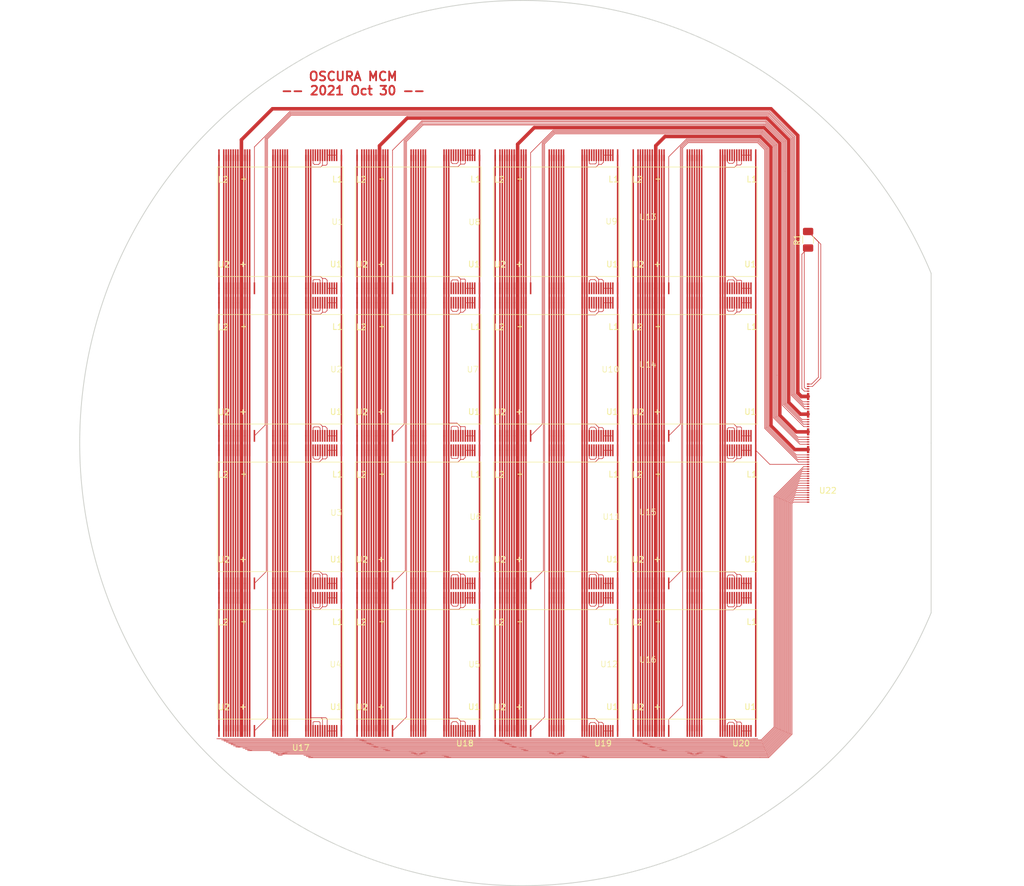
<source format=kicad_pcb>
(kicad_pcb (version 20211014) (generator pcbnew)
  (layers (0 "F.Cu" signal) (31 "B.Cu" signal) (34 "B.Paste" user) (35 "F.Paste" user) (36 "B.SilkS" user "B.Silkscreen") (37 "F.SilkS" user "F.Silkscreen") (38 "B.Mask" user) (39 "F.Mask" user) (44 "Edge.Cuts" user))
  (net 0 "")
  (net 1 "h1")
  (net 2 "h2")
  (net 3 "h3")
  (net 4 "sg")
  (net 5 "og")
  (net 6 "vdrain")
  (net 7 "dg")
  (net 8 "vdd")
  (net 9 "vref")
  (net 10 "rg")
  (net 11 "tg")
  (net 12 "p+")
  (net 13 "n+")
  (net 14 "v1")
  (net 15 "v2")
  (net 16 "v3")
  (net 17 "Net-(U1-Pad49)")
  (net 18 "Net-(U1-Pad48)")
  (net 19 "Net-(U1-Pad47)")
  (net 20 "Net-(U1-Pad45)")
  (net 21 "Net-(U1-Pad32)")
  (net 22 "Net-(U1-Pad29)")
  (net 23 "Net-(U1-Pad28)")
  (net 24 "Net-(U1-Pad27)")
  (net 25 "vsub")
  (net 26 "Net-(U2-Pad27)")
  (net 27 "Net-(U2-Pad28)")
  (net 28 "Net-(U2-Pad29)")
  (net 29 "Net-(U2-Pad32)")
  (net 30 "Net-(U2-Pad45)")
  (net 31 "Net-(U2-Pad47)")
  (net 32 "Net-(U2-Pad48)")
  (net 33 "Net-(U2-Pad49)")
  (net 34 "Net-(U3-Pad27)")
  (net 35 "Net-(U3-Pad28)")
  (net 36 "Net-(U3-Pad29)")
  (net 37 "Net-(U3-Pad32)")
  (net 38 "Net-(U3-Pad45)")
  (net 39 "Net-(U3-Pad47)")
  (net 40 "Net-(U3-Pad48)")
  (net 41 "Net-(U3-Pad49)")
  (net 42 "Net-(U4-Pad49)")
  (net 43 "Net-(U4-Pad48)")
  (net 44 "Net-(U4-Pad47)")
  (net 45 "Net-(U4-Pad45)")
  (net 46 "Net-(U4-Pad32)")
  (net 47 "Net-(U4-Pad29)")
  (net 48 "Net-(U4-Pad28)")
  (net 49 "Net-(U4-Pad27)")
  (net 50 "video11")
  (net 51 "video12")
  (net 52 "video13")
  (net 53 "video14")
  (net 54 "video21")
  (net 55 "Net-(U5-Pad49)")
  (net 56 "Net-(U5-Pad48)")
  (net 57 "Net-(U5-Pad47)")
  (net 58 "Net-(U5-Pad45)")
  (net 59 "Net-(U5-Pad32)")
  (net 60 "Net-(U5-Pad29)")
  (net 61 "Net-(U5-Pad28)")
  (net 62 "Net-(U5-Pad27)")
  (net 63 "Net-(U6-Pad27)")
  (net 64 "Net-(U6-Pad28)")
  (net 65 "Net-(U6-Pad29)")
  (net 66 "Net-(U6-Pad32)")
  (net 67 "Net-(U6-Pad45)")
  (net 68 "Net-(U6-Pad47)")
  (net 69 "Net-(U6-Pad48)")
  (net 70 "Net-(U6-Pad49)")
  (net 71 "video22")
  (net 72 "video23")
  (net 73 "Net-(U7-Pad49)")
  (net 74 "Net-(U7-Pad48)")
  (net 75 "Net-(U7-Pad47)")
  (net 76 "Net-(U7-Pad45)")
  (net 77 "Net-(U7-Pad32)")
  (net 78 "Net-(U7-Pad29)")
  (net 79 "Net-(U7-Pad28)")
  (net 80 "Net-(U7-Pad27)")
  (net 81 "Net-(U8-Pad27)")
  (net 82 "Net-(U8-Pad28)")
  (net 83 "Net-(U8-Pad29)")
  (net 84 "Net-(U8-Pad32)")
  (net 85 "Net-(U8-Pad45)")
  (net 86 "Net-(U8-Pad47)")
  (net 87 "Net-(U8-Pad48)")
  (net 88 "Net-(U8-Pad49)")
  (net 89 "video24")
  (net 90 "Net-(U9-Pad27)")
  (net 91 "Net-(U9-Pad28)")
  (net 92 "Net-(U9-Pad29)")
  (net 93 "Net-(U9-Pad32)")
  (net 94 "Net-(U9-Pad45)")
  (net 95 "Net-(U9-Pad47)")
  (net 96 "Net-(U9-Pad48)")
  (net 97 "Net-(U9-Pad49)")
  (net 98 "video31")
  (net 99 "video32")
  (net 100 "Net-(U10-Pad49)")
  (net 101 "Net-(U10-Pad48)")
  (net 102 "Net-(U10-Pad47)")
  (net 103 "Net-(U10-Pad45)")
  (net 104 "Net-(U10-Pad32)")
  (net 105 "Net-(U10-Pad29)")
  (net 106 "Net-(U10-Pad28)")
  (net 107 "Net-(U10-Pad27)")
  (net 108 "Net-(U11-Pad27)")
  (net 109 "Net-(U11-Pad28)")
  (net 110 "Net-(U11-Pad29)")
  (net 111 "Net-(U11-Pad32)")
  (net 112 "Net-(U11-Pad45)")
  (net 113 "Net-(U11-Pad47)")
  (net 114 "Net-(U11-Pad48)")
  (net 115 "Net-(U11-Pad49)")
  (net 116 "video33")
  (net 117 "video34")
  (net 118 "Net-(U12-Pad49)")
  (net 119 "Net-(U12-Pad48)")
  (net 120 "Net-(U12-Pad47)")
  (net 121 "Net-(U12-Pad45)")
  (net 122 "Net-(U12-Pad32)")
  (net 123 "Net-(U12-Pad29)")
  (net 124 "Net-(U12-Pad28)")
  (net 125 "Net-(U12-Pad27)")
  (net 126 "Net-(U13-Pad27)")
  (net 127 "Net-(U13-Pad28)")
  (net 128 "Net-(U13-Pad29)")
  (net 129 "Net-(U13-Pad32)")
  (net 130 "Net-(U13-Pad45)")
  (net 131 "Net-(U13-Pad47)")
  (net 132 "Net-(U13-Pad48)")
  (net 133 "Net-(U13-Pad49)")
  (net 134 "video41")
  (net 135 "video42")
  (net 136 "Net-(U14-Pad49)")
  (net 137 "Net-(U14-Pad48)")
  (net 138 "Net-(U14-Pad47)")
  (net 139 "Net-(U14-Pad45)")
  (net 140 "Net-(U14-Pad32)")
  (net 141 "Net-(U14-Pad29)")
  (net 142 "Net-(U14-Pad28)")
  (net 143 "Net-(U14-Pad27)")
  (net 144 "Net-(U15-Pad27)")
  (net 145 "Net-(U15-Pad28)")
  (net 146 "Net-(U15-Pad29)")
  (net 147 "Net-(U15-Pad32)")
  (net 148 "Net-(U15-Pad45)")
  (net 149 "Net-(U15-Pad47)")
  (net 150 "Net-(U15-Pad48)")
  (net 151 "Net-(U15-Pad49)")
  (net 152 "video43")
  (net 153 "video44")
  (net 154 "Net-(U16-Pad49)")
  (net 155 "Net-(U16-Pad48)")
  (net 156 "Net-(U16-Pad47)")
  (net 157 "Net-(U16-Pad45)")
  (net 158 "Net-(U16-Pad32)")
  (net 159 "Net-(U16-Pad29)")
  (net 160 "Net-(U16-Pad28)")
  (net 161 "Net-(U16-Pad27)")
  (net 162 "barrier")
  (net 163 "Net-(R1-Pad1)")
  (net 164 "Net-(R1-Pad2)")
  (footprint "projectFootprints:MC_1278x1058_pads_8Feb2021" (layer "F.Cu") (at 47.4 93.9)
    (fp_text reference "U3")
    (fp_text value "MC_1278x1058_pads_8Feb2021")
  )
  (footprint "projectFootprints:MC_1278x1058_pads_8Feb2021" (layer "F.Cu") (at 47.4 118.9)
    (fp_text reference "U4")
    (fp_text value "MC_1278x1058_pads_8Feb2021")
  )
  (footprint "projectFootprints:MC_1278x1058_pads_8Feb2021" (layer "F.Cu") (at 47.4 43.9)
    (fp_text reference "U1")
    (fp_text value "MC_1278x1058_pads_8Feb2021")
  )
  (footprint "projectFootprints:MC_1278x1058_pads_8Feb2021" (layer "F.Cu") (at 47.4 68.9)
    (fp_text reference "U2")
    (fp_text value "MC_1278x1058_pads_8Feb2021")
  )
  (footprint "projectFootprints:MC_1278x1058_pads_8Feb2021" (layer "F.Cu") (at 70.8 118.9)
    (fp_text reference "U5")
    (fp_text value "MC_1278x1058_pads_8Feb2021")
  )
  (footprint "projectFootprints:MC_1278x1058_pads_8Feb2021" (layer "F.Cu") (at 70.8 93.9)
    (fp_text reference "U6")
    (fp_text value "MC_1278x1058_pads_8Feb2021")
  )
  (footprint "projectFootprints:MC_1278x1058_pads_8Feb2021" (layer "F.Cu") (at 70.8 68.9)
    (fp_text reference "U7")
    (fp_text value "MC_1278x1058_pads_8Feb2021")
  )
  (footprint "projectFootprints:MC_1278x1058_pads_8Feb2021" (layer "F.Cu") (at 70.8 43.9)
    (fp_text reference "U8")
    (fp_text value "MC_1278x1058_pads_8Feb2021")
  )
  (footprint "projectFootprints:MC_1278x1058_pads_8Feb2021" (layer "F.Cu") (at 94.2 43.9)
    (fp_text reference "U9")
    (fp_text value "MC_1278x1058_pads_8Feb2021")
  )
  (footprint "projectFootprints:MC_1278x1058_pads_8Feb2021" (layer "F.Cu") (at 94.2 68.9)
    (fp_text reference "U10")
    (fp_text value "MC_1278x1058_pads_8Feb2021")
  )
  (footprint "projectFootprints:MC_1278x1058_pads_8Feb2021" (layer "F.Cu") (at 94.2 93.9)
    (fp_text reference "U11")
    (fp_text value "MC_1278x1058_pads_8Feb2021")
  )
  (footprint "projectFootprints:MC_1278x1058_pads_8Feb2021" (layer "F.Cu") (at 94.2 118.9)
    (fp_text reference "U12")
    (fp_text value "MC_1278x1058_pads_8Feb2021")
  )
  (footprint "projectFootprints:MC_1278x1058_pads_8Feb2021" (layer "F.Cu") (at 117.6 43.9)
    (fp_text reference "U13")
    (fp_text value "MC_1278x1058_pads_8Feb2021")
  )
  (footprint "projectFootprints:MC_1278x1058_pads_8Feb2021" (layer "F.Cu") (at 117.6 68.9)
    (fp_text reference "U14")
    (fp_text value "MC_1278x1058_pads_8Feb2021")
  )
  (footprint "projectFootprints:MC_1278x1058_pads_8Feb2021" (layer "F.Cu") (at 117.6 93.9)
    (fp_text reference "U15")
    (fp_text value "MC_1278x1058_pads_8Feb2021")
  )
  (footprint "projectFootprints:MC_1278x1058_pads_8Feb2021" (layer "F.Cu") (at 117.6 118.9)
    (fp_text reference "U16")
    (fp_text value "MC_1278x1058_pads_8Feb2021")
  )
  (footprint "projectFootprints:mcm_bus" (layer "F.Cu") (at 47.4 134.7)
    (fp_text reference "U17")
    (fp_text value "mcm_bus")
  )
  (footprint "projectFootprints:mcm_bus" (layer "F.Cu") (at 70.8 134.7)
    (fp_text reference "U18")
    (fp_text value "mcm_bus")
  )
  (footprint "projectFootprints:mcm_bus" (layer "F.Cu") (at 94.2 134.7)
    (fp_text reference "U19")
    (fp_text value "mcm_bus")
  )
  (footprint "projectFootprints:mcm_bus" (layer "F.Cu") (at 117.6 134.7)
    (fp_text reference "U20")
    (fp_text value "mcm_bus")
  )
  (footprint "projectFootprints:R_1206_3216Metric" (layer "F.Cu") (at 136.85 46.95 90)
    (fp_text reference "R1")
    (fp_text value "RTD-100")
  )
  (footprint "projectFootprints:mcm_flex_wide" (layer "F.Cu") (at 136.85 91.401)
    (fp_text reference "U22")
    (fp_text value "mcm_flex")
  )
  (gr_arc (start 157.7008 110.151) (mid 13.429958 81.401) (end 157.7008 52.651) (layer "Edge.Cuts") (width 0.15))
  (gr_line (start 157.7008 81.401) (end 157.7008 110.151) (layer "Edge.Cuts") (width 0.15))
  (gr_line (start 157.7008 81.401) (end 157.7008 52.651) (layer "Edge.Cuts") (width 0.15))
  (gr_text "OSCURA MCM\n-- 2021 Oct 30 --" (at 59.75668 20.47402) (layer "F.Cu") (effects (font (size 1.5 1.5) (thickness 0.3))))
  (segment (start 84.63425 32.624) (end 84.63425 55.176) (width 0.25) (layer "F.Cu") (net 1))
  (segment (start 37.83425 105.176) (end 37.83425 107.624) (width 0.25) (layer "F.Cu") (net 1))
  (segment (start 61.23425 82.624) (end 61.23425 83.58425) (width 0.25) (layer "F.Cu") (net 1))
  (segment (start 84.63425 80.176) (end 84.63425 82.624) (width 0.25) (layer "F.Cu") (net 1))
  (segment (start 37.83425 80.176) (end 37.83425 82.624) (width 0.25) (layer "F.Cu") (net 1))
  (segment (start 84.63425 105.176) (end 84.63425 107.624) (width 0.25) (layer "F.Cu") (net 1))
  (segment (start 37.83425 55.176) (end 37.83425 57.624) (width 0.25) (layer "F.Cu") (net 1))
  (segment (start 136.07402 85.401) (end 136.85 85.401) (width 0.1) (layer "F.Cu") (net 1))
  (segment (start 84.63425 57.624) (end 84.63425 80.176) (width 0.25) (layer "F.Cu") (net 1))
  (segment (start 84.63425 55.176) (end 84.63425 57.624) (width 0.25) (layer "F.Cu") (net 1))
  (segment (start 61.23425 80.176) (end 61.23425 82.624) (width 0.25) (layer "F.Cu") (net 1))
  (segment (start 84.63425 131.7) (end 108.03425 131.7) (width 0.1) (layer "F.Cu") (net 1))
  (segment (start 37.83425 131.7) (end 61.23425 131.7) (width 0.1) (layer "F.Cu") (net 1))
  (segment (start 37.83425 32.624) (end 37.83425 55.176) (width 0.25) (layer "F.Cu") (net 1))
  (segment (start 37.83425 82.624) (end 37.83425 105.176) (width 0.25) (layer "F.Cu") (net 1))
  (segment (start 61.23425 107.624) (end 61.23425 130.176) (width 0.25) (layer "F.Cu") (net 1))
  (segment (start 108.03425 130.176) (end 108.03425 32.624) (width 0.25) (layer "F.Cu") (net 1))
  (segment (start 61.23425 55.176) (end 61.23425 57.624) (width 0.25) (layer "F.Cu") (net 1))
  (segment (start 128.900052 131.7) (end 131.092906 129.507146) (width 0.1) (layer "F.Cu") (net 1))
  (segment (start 131.092906 129.507146) (end 131.092906 90.382114) (width 0.1) (layer "F.Cu") (net 1))
  (segment (start 61.23425 131.7) (end 84.63425 131.7) (width 0.1) (layer "F.Cu") (net 1))
  (segment (start 61.23425 57.624) (end 61.23425 80.176) (width 0.25) (layer "F.Cu") (net 1))
  (segment (start 37.83425 57.624) (end 37.83425 80.176) (width 0.25) (layer "F.Cu") (net 1))
  (segment (start 61.23425 83.58425) (end 61.23425 105.176) (width 0.25) (layer "F.Cu") (net 1))
  (segment (start 61.23425 32.624) (end 61.23425 55.176) (width 0.25) (layer "F.Cu") (net 1))
  (segment (start 108.03425 131.7) (end 128.900052 131.7) (width 0.1) (layer "F.Cu") (net 1))
  (segment (start 131.092906 90.382114) (end 136.07402 85.401) (width 0.1) (layer "F.Cu") (net 1))
  (segment (start 84.63425 107.624) (end 84.63425 130.176) (width 0.25) (layer "F.Cu") (net 1))
  (segment (start 84.63425 82.624) (end 84.63425 105.176) (width 0.25) (layer "F.Cu") (net 1))
  (segment (start 37.83425 107.624) (end 37.83425 130.176) (width 0.25) (layer "F.Cu") (net 1))
  (segment (start 61.23425 105.176) (end 61.23425 107.624) (width 0.25) (layer "F.Cu") (net 1))
  (segment (start 85.03425 82.624) (end 85.03425 80.176) (width 0.25) (layer "F.Cu") (net 2))
  (segment (start 61.63425 57.624) (end 61.63425 55.176) (width 0.25) (layer "F.Cu") (net 2))
  (segment (start 61.63425 54.86575) (end 61.63425 32.624) (width 0.25) (layer "F.Cu") (net 2))
  (segment (start 61.63425 105.176) (end 61.63425 82.624) (width 0.25) (layer "F.Cu") (net 2))
  (segment (start 38.23425 130.176) (end 38.23425 107.624) (width 0.25) (layer "F.Cu") (net 2))
  (segment (start 85.03425 57.624) (end 85.03425 55.176) (width 0.25) (layer "F.Cu") (net 2))
  (segment (start 131.292817 90.464919) (end 131.292817 129.589951) (width 0.1) (layer "F.Cu") (net 2))
  (segment (start 38.23425 131.9) (end 61.63425 131.9) (width 0.1) (layer "F.Cu") (net 2))
  (segment (start 85.03425 107.624) (end 85.03425 105.176) (width 0.25) (layer "F.Cu") (net 2))
  (segment (start 131.292817 129.589951) (end 128.982768 131.9) (width 0.1) (layer "F.Cu") (net 2))
  (segment (start 61.63425 55.176) (end 61.63425 54.86575) (width 0.25) (layer "F.Cu") (net 2))
  (segment (start 38.23425 82.624) (end 38.23425 105.176) (width 0.25) (layer "F.Cu") (net 2))
  (segment (start 61.63425 107.624) (end 61.63425 105.176) (width 0.25) (layer "F.Cu") (net 2))
  (segment (start 38.23425 80.176) (end 38.23425 82.624) (width 0.25) (layer "F.Cu") (net 2))
  (segment (start 38.23425 32.624) (end 38.23425 55.176) (width 0.25) (layer "F.Cu") (net 2))
  (segment (start 85.03425 131.9) (end 108.43425 131.9) (width 0.1) (layer "F.Cu") (net 2))
  (segment (start 61.63425 131.9) (end 85.03425 131.9) (width 0.1) (layer "F.Cu") (net 2))
  (segment (start 85.03425 130.176) (end 85.03425 107.624) (width 0.25) (layer "F.Cu") (net 2))
  (segment (start 38.23425 57.624) (end 38.23425 80.176) (width 0.25) (layer "F.Cu") (net 2))
  (segment (start 85.03425 55.176) (end 85.03425 32.624) (width 0.25) (layer "F.Cu") (net 2))
  (segment (start 61.63425 82.624) (end 61.63425 80.176) (width 0.25) (layer "F.Cu") (net 2))
  (segment (start 38.23425 107.624) (end 38.23425 105.176) (width 0.25) (layer "F.Cu") (net 2))
  (segment (start 61.63425 130.176) (end 61.63425 107.624) (width 0.25) (layer "F.Cu") (net 2))
  (segment (start 61.63425 80.176) (end 61.63425 57.624) (width 0.25) (layer "F.Cu") (net 2))
  (segment (start 135.956736 85.801) (end 131.292817 90.464919) (width 0.1) (layer "F.Cu") (net 2))
  (segment (start 85.03425 105.176) (end 85.03425 82.624) (width 0.25) (layer "F.Cu") (net 2))
  (segment (start 136.85 85.801) (end 135.956736 85.801) (width 0.1) (layer "F.Cu") (net 2))
  (segment (start 85.03425 80.176) (end 85.03425 57.624) (width 0.25) (layer "F.Cu") (net 2))
  (segment (start 38.23425 55.176) (end 38.23425 57.624) (width 0.25) (layer "F.Cu") (net 2))
  (segment (start 108.43425 32.624) (end 108.43425 130.176) (width 0.25) (layer "F.Cu") (net 2))
  (segment (start 128.982768 131.9) (end 108.43425 131.9) (width 0.1) (layer "F.Cu") (net 2))
  (segment (start 38.63425 32.624) (end 38.63425 80.176) (width 0.25) (layer "F.Cu") (net 3))
  (segment (start 85.43425 82.624) (end 85.43425 105.176) (width 0.25) (layer "F.Cu") (net 3))
  (segment (start 135.839452 86.201) (end 131.492728 90.547724) (width 0.1) (layer "F.Cu") (net 3))
  (segment (start 38.63425 80.176) (end 38.63425 82.624) (width 0.25) (layer "F.Cu") (net 3))
  (segment (start 85.43425 57.624) (end 85.43425 80.176) (width 0.25) (layer "F.Cu") (net 3))
  (segment (start 129.065484 132.1) (end 108.83425 132.1) (width 0.1) (layer "F.Cu") (net 3))
  (segment (start 62.03425 82.624) (end 62.03425 82.98425) (width 0.25) (layer "F.Cu") (net 3))
  (segment (start 108.83425 130.176) (end 108.83425 32.624) (width 0.25) (layer "F.Cu") (net 3))
  (segment (start 38.63425 107.624) (end 38.63425 130.176) (width 0.25) (layer "F.Cu") (net 3))
  (segment (start 136.85 86.201) (end 135.839452 86.201) (width 0.1) (layer "F.Cu") (net 3))
  (segment (start 85.43425 107.624) (end 85.43425 130.176) (width 0.25) (layer "F.Cu") (net 3))
  (segment (start 38.63425 105.176) (end 38.63425 107.624) (width 0.25) (layer "F.Cu") (net 3))
  (segment (start 85.43425 55.176) (end 85.43425 57.624) (width 0.25) (layer "F.Cu") (net 3))
  (segment (start 131.492728 90.547724) (end 131.492728 129.672756) (width 0.1) (layer "F.Cu") (net 3))
  (segment (start 85.43425 32.624) (end 85.43425 55.176) (width 0.25) (layer "F.Cu") (net 3))
  (segment (start 38.63425 132.1) (end 62.03425 132.1) (width 0.1) (layer "F.Cu") (net 3))
  (segment (start 85.43425 105.176) (end 85.43425 107.624) (width 0.25) (layer "F.Cu") (net 3))
  (segment (start 62.03425 132.1) (end 85.43425 132.1) (width 0.1) (layer "F.Cu") (net 3))
  (segment (start 38.63425 82.624) (end 38.63425 105.176) (width 0.25) (layer "F.Cu") (net 3))
  (segment (start 62.03425 80.176) (end 62.03425 82.624) (width 0.25) (layer "F.Cu") (net 3))
  (segment (start 62.03425 105.176) (end 62.03425 107.624) (width 0.25) (layer "F.Cu") (net 3))
  (segment (start 85.43425 80.176) (end 85.43425 82.624) (width 0.25) (layer "F.Cu") (net 3))
  (segment (start 62.03425 108.63425) (end 62.03425 130.176) (width 0.25) (layer "F.Cu") (net 3))
  (segment (start 62.03425 82.98425) (end 62.03425 105.176) (width 0.25) (layer "F.Cu") (net 3))
  (segment (start 62.03425 57.624) (end 62.03425 80.176) (width 0.25) (layer "F.Cu") (net 3))
  (segment (start 62.03425 55.176) (end 62.03425 57.624) (width 0.25) (layer "F.Cu") (net 3))
  (segment (start 62.03425 107.624) (end 62.03425 108.63425) (width 0.25) (layer "F.Cu") (net 3))
  (segment (start 85.43425 132.1) (end 108.83425 132.1) (width 0.1) (layer "F.Cu") (net 3))
  (segment (start 131.492728 129.672756) (end 129.065484 132.1) (width 0.1) (layer "F.Cu") (net 3))
  (segment (start 62.03425 32.624) (end 62.03425 55.176) (width 0.25) (layer "F.Cu") (net 3))
  (segment (start 39.03425 32.624) (end 39.03425 80.176) (width 0.25) (layer "F.Cu") (net 4))
  (segment (start 85.83425 105.176) (end 85.83425 82.624) (width 0.25) (layer "F.Cu") (net 4))
  (segment (start 109.23425 132.3) (end 129.1545 132.3) (width 0.1) (layer "F.Cu") (net 4))
  (segment (start 85.83425 130.176) (end 85.83425 130.16575) (width 0.25) (layer "F.Cu") (net 4))
  (segment (start 62.43425 105.176) (end 62.43425 82.624) (width 0.25) (layer "F.Cu") (net 4))
  (segment (start 39.03425 80.176) (end 39.03425 82.624) (width 0.25) (layer "F.Cu") (net 4))
  (segment (start 85.83425 57.624) (end 85.83425 55.176) (width 0.25) (layer "F.Cu") (net 4))
  (segment (start 39.03425 132.3) (end 62.43425 132.3) (width 0.1) (layer "F.Cu") (net 4))
  (segment (start 85.83425 79.51575) (end 85.83425 57.624) (width 0.25) (layer "F.Cu") (net 4))
  (segment (start 39.03425 105.176) (end 39.03425 82.624) (width 0.25) (layer "F.Cu") (net 4))
  (segment (start 39.03425 130.176) (end 39.03425 107.624) (width 0.25) (layer "F.Cu") (net 4))
  (segment (start 109.23425 32.624) (end 109.23425 130.176) (width 0.25) (layer "F.Cu") (net 4))
  (segment (start 62.43425 107.624) (end 62.43425 105.176) (width 0.25) (layer "F.Cu") (net 4))
  (segment (start 85.83425 132.3) (end 109.23425 132.3) (width 0.1) (layer "F.Cu") (net 4))
  (segment (start 135.722168 86.601) (end 136.85 86.601) (width 0.1) (layer "F.Cu") (net 4))
  (segment (start 129.1545 132.3) (end 131.692639 129.761861) (width 0.1) (layer "F.Cu") (net 4))
  (segment (start 62.43425 80.176) (end 62.43425 57.624) (width 0.25) (layer "F.Cu") (net 4))
  (segment (start 85.83425 80.176) (end 85.83425 79.51575) (width 0.25) (layer "F.Cu") (net 4))
  (segment (start 39.03425 105.176) (end 39.03425 107.624) (width 0.25) (layer "F.Cu") (net 4))
  (segment (start 85.83425 55.176) (end 85.83425 32.624) (width 0.25) (layer "F.Cu") (net 4))
  (segment (start 85.83425 130.16575) (end 85.83425 107.624) (width 0.25) (layer "F.Cu") (net 4))
  (segment (start 85.83425 107.624) (end 85.83425 105.176) (width 0.25) (layer "F.Cu") (net 4))
  (segment (start 131.692639 129.761861) (end 131.692639 90.630529) (width 0.1) (layer "F.Cu") (net 4))
  (segment (start 131.692639 90.630529) (end 135.722168 86.601) (width 0.1) (layer "F.Cu") (net 4))
  (segment (start 62.43425 82.624) (end 62.43425 80.176) (width 0.25) (layer "F.Cu") (net 4))
  (segment (start 62.43425 55.176) (end 62.43425 32.624) (width 0.25) (layer "F.Cu") (net 4))
  (segment (start 62.43425 130.176) (end 62.43425 107.624) (width 0.25) (layer "F.Cu") (net 4))
  (segment (start 85.83425 82.624) (end 85.83425 80.176) (width 0.25) (layer "F.Cu") (net 4))
  (segment (start 62.43425 57.624) (end 62.43425 55.176) (width 0.25) (layer "F.Cu") (net 4))
  (segment (start 62.43425 132.3) (end 85.83425 132.3) (width 0.1) (layer "F.Cu") (net 4))
  (segment (start 62.83425 82.624) (end 62.83425 83.08425) (width 0.25) (layer "F.Cu") (net 5))
  (segment (start 129.237216 132.5) (end 110.13425 132.5) (width 0.1) (layer "F.Cu") (net 5))
  (segment (start 110.13425 132.5) (end 109.63425 132.5) (width 0.1) (layer "F.Cu") (net 5))
  (segment (start 62.83425 132.5) (end 86.23425 132.5) (width 0.1) (layer "F.Cu") (net 5))
  (segment (start 109.63425 130.176) (end 109.63425 32.624) (width 0.25) (layer "F.Cu") (net 5))
  (segment (start 135.604884 87.001) (end 131.89255 90.713334) (width 0.1) (layer "F.Cu") (net 5))
  (segment (start 62.83425 57.624) (end 62.83425 80.176) (width 0.25) (layer "F.Cu") (net 5))
  (segment (start 39.43425 107.624) (end 39.43425 105.176) (width 0.25) (layer "F.Cu") (net 5))
  (segment (start 39.43425 57.624) (end 39.43425 80.176) (width 0.25) (layer "F.Cu") (net 5))
  (segment (start 86.23425 57.624) (end 86.23425 80.176) (width 0.25) (layer "F.Cu") (net 5))
  (segment (start 62.83425 107.624) (end 62.83425 130.176) (width 0.25) (layer "F.Cu") (net 5))
  (segment (start 86.23425 107.624) (end 86.23425 130.176) (width 0.25) (layer "F.Cu") (net 5))
  (segment (start 86.23425 55.176) (end 86.23425 57.624) (width 0.25) (layer "F.Cu") (net 5))
  (segment (start 136.85 87.001) (end 135.604884 87.001) (width 0.1) (layer "F.Cu") (net 5))
  (segment (start 62.83425 83.08425) (end 62.83425 105.176) (width 0.25) (layer "F.Cu") (net 5))
  (segment (start 86.23425 32.624) (end 86.23425 33.46575) (width 0.25) (layer "F.Cu") (net 5))
  (segment (start 86.23425 105.176) (end 86.23425 107.624) (width 0.25) (layer "F.Cu") (net 5))
  (segment (start 39.43425 55.176) (end 39.43425 57.624) (width 0.25) (layer "F.Cu") (net 5))
  (segment (start 62.83425 80.176) (end 62.83425 82.624) (width 0.25) (layer "F.Cu") (net 5))
  (segment (start 86.23425 132.5) (end 109.63425 132.5) (width 0.1) (layer "F.Cu") (net 5))
  (segment (start 131.89255 129.844666) (end 129.237216 132.5) (width 0.1) (layer "F.Cu") (net 5))
  (segment (start 39.43425 82.624) (end 39.43425 80.176) (width 0.25) (layer "F.Cu") (net 5))
  (segment (start 39.43425 132.5) (end 62.83425 132.5) (width 0.1) (layer "F.Cu") (net 5))
  (segment (start 86.23425 80.176) (end 86.23425 82.624) (width 0.25) (layer "F.Cu") (net 5))
  (segment (start 131.89255 90.713334) (end 131.89255 129.844666) (width 0.1) (layer "F.Cu") (net 5))
  (segment (start 62.83425 32.624) (end 62.83425 55.176) (width 0.25) (layer "F.Cu") (net 5))
  (segment (start 62.83425 105.176) (end 62.83425 107.624) (width 0.25) (layer "F.Cu") (net 5))
  (segment (start 39.43425 55.176) (end 39.43425 32.624) (width 0.25) (layer "F.Cu") (net 5))
  (segment (start 39.43425 107.624) (end 39.43425 130.176) (width 0.25) (layer "F.Cu") (net 5))
  (segment (start 86.23425 33.46575) (end 86.23425 55.176) (width 0.25) (layer "F.Cu") (net 5))
  (segment (start 62.83425 55.176) (end 62.83425 57.624) (width 0.25) (layer "F.Cu") (net 5))
  (segment (start 39.43425 82.624) (end 39.43425 105.176) (width 0.25) (layer "F.Cu") (net 5))
  (segment (start 86.23425 82.624) (end 86.23425 105.176) (width 0.25) (layer "F.Cu") (net 5))
  (segment (start 132.092461 90.796139) (end 135.4876 87.401) (width 0.1) (layer "F.Cu") (net 6))
  (segment (start 86.63425 55.176) (end 86.63425 32.624) (width 0.25) (layer "F.Cu") (net 6))
  (segment (start 63.23425 132.7) (end 86.63425 132.7) (width 0.1) (layer "F.Cu") (net 6))
  (segment (start 110.03425 132.7) (end 129.319932 132.7) (width 0.1) (layer "F.Cu") (net 6))
  (segment (start 63.23425 80.176) (end 63.23425 57.624) (width 0.25) (layer "F.Cu") (net 6))
  (segment (start 63.23425 57.624) (end 63.23425 55.176) (width 0.25) (layer "F.Cu") (net 6))
  (segment (start 39.83425 80.176) (end 39.83425 57.624) (width 0.25) (layer "F.Cu") (net 6))
  (segment (start 110.03425 32.624) (end 110.03425 130.176) (width 0.25) (layer "F.Cu") (net 6))
  (segment (start 39.83425 130.176) (end 39.83425 107.624) (width 0.25) (layer "F.Cu") (net 6))
  (segment (start 86.63425 107.624) (end 86.63425 105.176) (width 0.25) (layer "F.Cu") (net 6))
  (segment (start 63.23425 55.176) (end 63.23425 32.624) (width 0.25) (layer "F.Cu") (net 6))
  (segment (start 86.63425 130.176) (end 86.63425 107.624) (width 0.25) (layer "F.Cu") (net 6))
  (segment (start 39.83425 105.176) (end 39.83425 82.624) (width 0.25) (layer "F.Cu") (net 6))
  (segment (start 39.83425 105.176) (end 39.83425 107.624) (width 0.25) (layer "F.Cu") (net 6))
  (segment (start 39.83425 32.624) (end 39.83425 55.176) (width 0.25) (layer "F.Cu") (net 6))
  (segment (start 86.63425 57.624) (end 86.63425 55.176) (width 0.25) (layer "F.Cu") (net 6))
  (segment (start 86.63425 82.624) (end 86.63425 79.950099) (width 0.25) (layer "F.Cu") (net 6))
  (segment (start 63.23425 105.176) (end 63.23425 82.624) (width 0.25) (layer "F.Cu") (net 6))
  (segment (start 39.83425 55.176) (end 39.83425 57.624) (width 0.25) (layer "F.Cu") (net 6))
  (segment (start 63.23425 130.176) (end 63.23425 107.624) (width 0.25) (layer "F.Cu") (net 6))
  (segment (start 86.63425 80.176) (end 86.63425 57.70009) (width 0.25) (layer "F.Cu") (net 6))
  (segment (start 63.23425 107.624) (end 63.23425 105.176) (width 0.25) (layer "F.Cu") (net 6))
  (segment (start 86.63425 105.176) (end 86.63425 82.624) (width 0.25) (layer "F.Cu") (net 6))
  (segment (start 86.63425 132.7) (end 110.03425 132.7) (width 0.1) (layer "F.Cu") (net 6))
  (segment (start 63.23425 82.624) (end 63.23425 80.176) (width 0.25) (layer "F.Cu") (net 6))
  (segment (start 39.83425 132.7) (end 63.23425 132.7) (width 0.1) (layer "F.Cu") (net 6))
  (segment (start 135.4876 87.401) (end 136.85 87.401) (width 0.1) (layer "F.Cu") (net 6))
  (segment (start 39.83425 80.176) (end 39.83425 82.624) (width 0.25) (layer "F.Cu") (net 6))
  (segment (start 129.319932 132.7) (end 132.092461 129.927471) (width 0.1) (layer "F.Cu") (net 6))
  (segment (start 132.092461 129.927471) (end 132.092461 90.796139) (width 0.1) (layer "F.Cu") (net 6))
  (segment (start 135.370316 87.801) (end 132.292372 90.878944) (width 0.1) (layer "F.Cu") (net 7))
  (segment (start 87.03425 32.624) (end 87.03425 55.176) (width 0.25) (layer "F.Cu") (net 7))
  (segment (start 110.93425 132.9) (end 110.43425 132.9) (width 0.1) (layer "F.Cu") (net 7))
  (segment (start 87.03425 107.624) (end 87.03425 130.176) (width 0.25) (layer "F.Cu") (net 7))
  (segment (start 40.23425 107.624) (end 40.23425 130.176) (width 0.25) (layer "F.Cu") (net 7))
  (segment (start 63.63425 57.624) (end 63.63425 80.176) (width 0.25) (layer "F.Cu") (net 7))
  (segment (start 63.63425 32.624) (end 63.63425 55.176) (width 0.25) (layer "F.Cu") (net 7))
  (segment (start 132.292372 130.010276) (end 129.402648 132.9) (width 0.1) (layer "F.Cu") (net 7))
  (segment (start 136.85 87.801) (end 135.370316 87.801) (width 0.1) (layer "F.Cu") (net 7))
  (segment (start 63.63425 132.9) (end 87.03425 132.9) (width 0.1) (layer "F.Cu") (net 7))
  (segment (start 40.23425 57.624) (end 40.23425 80.176) (width 0.25) (layer "F.Cu") (net 7))
  (segment (start 132.292372 90.878944) (end 132.292372 130.010276) (width 0.1) (layer "F.Cu") (net 7))
  (segment (start 40.23425 55.176) (end 40.23425 32.624) (width 0.25) (layer "F.Cu") (net 7))
  (segment (start 63.63425 55.176) (end 63.63425 57.624) (width 0.25) (layer "F.Cu") (net 7))
  (segment (start 40.23425 107.624) (end 40.23425 105.176) (width 0.25) (layer "F.Cu") (net 7))
  (segment (start 87.03425 105.176) (end 87.03425 107.624) (width 0.25) (layer "F.Cu") (net 7))
  (segment (start 40.23425 55.176) (end 40.23425 57.624) (width 0.25) (layer "F.Cu") (net 7))
  (segment (start 87.03425 132.9) (end 110.43425 132.9) (width 0.1) (layer "F.Cu") (net 7))
  (segment (start 87.03425 82.624) (end 87.03425 105.176) (width 0.25) (layer "F.Cu") (net 7))
  (segment (start 63.63425 80.176) (end 63.63425 82.624) (width 0.25) (layer "F.Cu") (net 7))
  (segment (start 40.23425 132.9) (end 63.63425 132.9) (width 0.1) (layer "F.Cu") (net 7))
  (segment (start 87.03425 57.624) (end 87.03425 80.176) (width 0.25) (layer "F.Cu") (net 7))
  (segment (start 110.43425 130.176) (end 110.43425 32.624) (width 0.25) (layer "F.Cu") (net 7))
  (segment (start 63.63425 82.624) (end 63.63425 105.176) (width 0.25) (layer "F.Cu") (net 7))
  (segment (start 129.402648 132.9) (end 110.93425 132.9) (width 0.1) (layer "F.Cu") (net 7))
  (segment (start 63.63425 107.624) (end 63.63425 130.176) (width 0.25) (layer "F.Cu") (net 7))
  (segment (start 40.23425 82.624) (end 40.23425 105.176) (width 0.25) (layer "F.Cu") (net 7))
  (segment (start 87.03425 55.176) (end 87.03425 57.624) (width 0.25) (layer "F.Cu") (net 7))
  (segment (start 40.23425 82.624) (end 40.23425 80.176) (width 0.25) (layer "F.Cu") (net 7))
  (segment (start 87.03425 80.176) (end 87.03425 82.624) (width 0.25) (layer "F.Cu") (net 7))
  (segment (start 63.63425 105.176) (end 63.63425 107.624) (width 0.25) (layer "F.Cu") (net 7))
  (segment (start 40.83425 80.176) (end 40.83425 55.176) (width 0.625) (layer "F.Cu") (net 8))
  (segment (start 135.1 72.901) (end 135.1 72.501) (width 0.625) (layer "F.Cu") (net 8))
  (segment (start 136.85 73.501) (end 135.7 73.501) (width 0.625) (layer "F.Cu") (net 8))
  (segment (start 135.7 73.501) (end 135.1 72.901) (width 0.625) (layer "F.Cu") (net 8))
  (segment (start 129.884323 26.327375) (end 68.930875 26.327375) (width 0.6) (layer "F.Cu") (net 8))
  (segment (start 111.03425 107.624) (end 111.03425 105.176) (width 0.625) (layer "F.Cu") (net 8))
  (segment (start 135.1 29.291269) (end 135.1 69.861) (width 0.6) (layer "F.Cu") (net 8))
  (segment (start 64.23425 130.176) (end 64.23425 107.624) (width 0.625) (layer "F.Cu") (net 8))
  (segment (start 87.63425 107.624) (end 87.63425 105.176) (width 0.625) (layer "F.Cu") (net 8))
  (segment (start 130.551882 78.468464) (end 130.551882 31.250188) (width 0.6) (layer "F.Cu") (net 8))
  (segment (start 112.608071 29.450179) (end 111.03425 31.024) (width 0.6) (layer "F.Cu") (net 8))
  (segment (start 87.63425 130.176) (end 87.63425 107.624) (width 0.625) (layer "F.Cu") (net 8))
  (segment (start 64.23425 57.624) (end 64.23425 55.176) (width 0.625) (layer "F.Cu") (net 8))
  (segment (start 136.85 82.501) (end 134.584418 82.501) (width 0.6) (layer "F.Cu") (net 8))
  (segment (start 40.83425 30.01575) (end 46.094941 24.755059) (width 0.6) (layer "F.Cu") (net 8))
  (segment (start 40.83425 105.176) (end 40.83425 80.176) (width 0.625) (layer "F.Cu") (net 8))
  (segment (start 111.03425 105.176) (end 111.03425 82.624) (width 0.625) (layer "F.Cu") (net 8))
  (segment (start 87.63425 30.76575) (end 90.44991 27.95009) (width 0.6) (layer "F.Cu") (net 8))
  (segment (start 134.584418 82.501) (end 130.551882 78.468464) (width 0.6) (layer "F.Cu") (net 8))
  (segment (start 132.051437 30.615167) (end 132.051437 76.702437) (width 0.6) (layer "F.Cu") (net 8))
  (segment (start 87.63425 55.176) (end 87.63425 32.624) (width 0.625) (layer "F.Cu") (net 8))
  (segment (start 40.83425 55.176) (end 40.83425 32.624) (width 0.625) (layer "F.Cu") (net 8))
  (segment (start 87.63425 80.176) (end 87.63425 57.624) (width 0.625) (layer "F.Cu") (net 8))
  (segment (start 134.85 79.501) (end 136.85 79.501) (width 0.6) (layer "F.Cu") (net 8))
  (segment (start 129.38636 27.95009) (end 132.051437 30.615167) (width 0.6) (layer "F.Cu") (net 8))
  (segment (start 87.63425 32.624) (end 87.63425 30.76575) (width 0.6) (layer "F.Cu") (net 8))
  (segment (start 111.03425 130.176) (end 111.03425 107.624) (width 0.625) (layer "F.Cu") (net 8))
  (segment (start 132.051437 76.702437) (end 134.85 79.501) (width 0.6) (layer "F.Cu") (net 8))
  (segment (start 128.751873 29.450179) (end 112.608071 29.450179) (width 0.6) (layer "F.Cu") (net 8))
  (segment (start 130.56379 24.755059) (end 135.1 29.291269) (width 0.6) (layer "F.Cu") (net 8))
  (segment (start 64.23425 55.176) (end 64.23425 32.624) (width 0.625) (layer "F.Cu") (net 8))
  (segment (start 87.63425 105.176) (end 87.63425 82.624) (width 0.625) (layer "F.Cu") (net 8))
  (segment (start 111.03425 82.624) (end 111.03425 80.176) (width 0.625) (layer "F.Cu") (net 8))
  (segment (start 90.44991 27.95009) (end 129.38636 27.95009) (width 0.6) (layer "F.Cu") (net 8))
  (segment (start 64.23425 107.624) (end 64.23425 105.176) (width 0.625) (layer "F.Cu") (net 8))
  (segment (start 68.930875 26.327375) (end 64.23425 31.024) (width 0.6) (layer "F.Cu") (net 8))
  (segment (start 64.23425 80.176) (end 64.23425 57.624) (width 0.625) (layer "F.Cu") (net 8))
  (segment (start 133.560339 74.511339) (end 133.560339 30.003391) (width 0.6) (layer "F.Cu") (net 8))
  (segment (start 111.03425 57.624) (end 111.03425 55.176) (width 0.625) (layer "F.Cu") (net 8))
  (segment (start 133.560339 30.003391) (end 129.884323 26.327375) (width 0.6) (layer "F.Cu") (net 8))
  (segment (start 135.1 69.861) (end 135.1 72.501) (width 0.6) (layer "F.Cu") (net 8))
  (segment (start 87.63425 82.624) (end 87.63425 80.176) (width 0.625) (layer "F.Cu") (net 8))
  (segment (start 64.23425 105.176) (end 64.23425 82.624) (width 0.625) (layer "F.Cu") (net 8))
  (segment (start 135.55 76.501) (end 133.560339 74.511339) (width 0.6) (layer "F.Cu") (net 8))
  (segment (start 136.85 76.501) (end 135.55 76.501) (width 0.6) (layer "F.Cu") (net 8))
  (segment (start 46.094941 24.755059) (end 130.56379 24.755059) (width 0.6) (layer "F.Cu") (net 8))
  (segment (start 111.03425 31.024) (end 111.03425 32.624) (width 0.6) (layer "F.Cu") (net 8))
  (segment (start 111.03425 55.176) (end 111.03425 32.624) (width 0.625) (layer "F.Cu") (net 8))
  (segment (start 40.83425 32.624) (end 40.83425 30.01575) (width 0.6) (layer "F.Cu") (net 8))
  (segment (start 64.23425 31.024) (end 64.23425 32.624) (width 0.6) (layer "F.Cu") (net 8))
  (segment (start 130.551882 31.250188) (end 128.751873 29.450179) (width 0.6) (layer "F.Cu") (net 8))
  (segment (start 111.03425 80.176) (end 111.03425 57.624) (width 0.625) (layer "F.Cu") (net 8))
  (segment (start 87.63425 57.624) (end 87.63425 55.176) (width 0.625) (layer "F.Cu") (net 8))
  (segment (start 64.23425 82.624) (end 64.23425 80.176) (width 0.625) (layer "F.Cu") (net 8))
  (segment (start 40.83425 130.176) (end 40.83425 105.176) (width 0.625) (layer "F.Cu") (net 8))
  (segment (start 41.43425 80.176) (end 41.43425 55.176) (width 0.25) (layer "F.Cu") (net 9))
  (segment (start 111.63425 32.624) (end 111.63425 130.176) (width 0.25) (layer "F.Cu") (net 9))
  (segment (start 88.23425 55.176) (end 88.23425 55.11575) (width 0.25) (layer "F.Cu") (net 9))
  (segment (start 64.83425 57.624) (end 64.83425 55.176) (width 0.25) (layer "F.Cu") (net 9))
  (segment (start 135.253032 88.201) (end 136.85 88.201) (width 0.1) (layer "F.Cu") (net 9))
  (segment (start 88.23425 82.624) (end 88.23425 80.176) (width 0.25) (layer "F.Cu") (net 9))
  (segment (start 41.43425 133.1) (end 64.83425 133.1) (width 0.1) (layer "F.Cu") (net 9))
  (segment (start 64.83425 107.624) (end 64.83425 105.176) (width 0.25) (layer "F.Cu") (net 9))
  (segment (start 64.83425 55.176) (end 64.83425 32.624) (width 0.25) (layer "F.Cu") (net 9))
  (segment (start 88.23425 80.176) (end 88.23425 79.66575) (width 0.25) (layer "F.Cu") (net 9))
  (segment (start 41.43425 32.624) (end 41.43425 55.176) (width 0.25) (layer "F.Cu") (net 9))
  (segment (start 132.492283 90.961749) (end 135.253032 88.201) (width 0.1) (layer "F.Cu") (net 9))
  (segment (start 64.83425 80.176) (end 64.83425 57.624) (width 0.25) (layer "F.Cu") (net 9))
  (segment (start 88.23425 130.176) (end 88.23425 107.624) (width 0.25) (layer "F.Cu") (net 9))
  (segment (start 88.23425 55.11575) (end 88.23425 32.624) (width 0.25) (layer "F.Cu") (net 9))
  (segment (start 88.23425 57.624) (end 88.23425 55.176) (width 0.25) (layer "F.Cu") (net 9))
  (segment (start 88.23425 79.66575) (end 88.23425 57.624) (width 0.25) (layer "F.Cu") (net 9))
  (segment (start 41.43425 105.176) (end 41.43425 80.176) (width 0.25) (layer "F.Cu") (net 9))
  (segment (start 64.83425 82.624) (end 64.83425 80.176) (width 0.25) (layer "F.Cu") (net 9))
  (segment (start 88.23425 107.624) (end 88.23425 105.176) (width 0.25) (layer "F.Cu") (net 9))
  (segment (start 41.43425 105.176) (end 41.43425 130.176) (width 0.25) (layer "F.Cu") (net 9))
  (segment (start 88.23425 105.176) (end 88.23425 82.624) (width 0.25) (layer "F.Cu") (net 9))
  (segment (start 64.83425 105.176) (end 64.83425 82.624) (width 0.25) (layer "F.Cu") (net 9))
  (segment (start 129.485364 133.1) (end 132.492283 130.093081) (width 0.1) (layer "F.Cu") (net 9))
  (segment (start 111.63425 133.1) (end 129.485364 133.1) (width 0.1) (layer "F.Cu") (net 9))
  (segment (start 64.83425 133.1) (end 88.23425 133.1) (width 0.1) (layer "F.Cu") (net 9))
  (segment (start 64.83425 130.176) (end 64.83425 107.624) (width 0.25) (layer "F.Cu") (net 9))
  (segment (start 88.23425 133.1) (end 111.63425 133.1) (width 0.1) (layer "F.Cu") (net 9))
  (segment (start 132.492283 130.093081) (end 132.492283 90.961749) (width 0.1) (layer "F.Cu") (net 9))
  (segment (start 41.83425 55.176) (end 41.83425 80.176) (width 0.25) (layer "F.Cu") (net 10))
  (segment (start 88.63425 105.176) (end 88.63425 107.624) (width 0.25) (layer "F.Cu") (net 10))
  (segment (start 41.83425 133.3) (end 65.23425 133.3) (width 0.1) (layer "F.Cu") (net 10))
  (segment (start 65.23425 32.624) (end 65.23425 55.176) (width 0.25) (layer "F.Cu") (net 10))
  (segment (start 88.63425 80.176) (end 88.63425 82.624) (width 0.25) (layer "F.Cu") (net 10))
  (segment (start 65.23425 55.176) (end 65.23425 57.624) (width 0.25) (layer "F.Cu") (net 10))
  (segment (start 88.63425 32.624) (end 88.63425 55.176) (width 0.25) (layer "F.Cu") (net 10))
  (segment (start 129.56808 133.3) (end 132.692194 130.175886) (width 0.1) (layer "F.Cu") (net 10))
  (segment (start 65.23425 105.176) (end 65.23425 107.624) (width 0.25) (layer "F.Cu") (net 10))
  (segment (start 88.63425 57.624) (end 88.63425 80.176) (width 0.25) (layer "F.Cu") (net 10))
  (segment (start 41.83425 80.176) (end 41.83425 105.176) (width 0.25) (layer "F.Cu") (net 10))
  (segment (start 65.23425 57.624) (end 65.23425 105.176) (width 0.25) (layer "F.Cu") (net 10))
  (segment (start 88.63425 82.624) (end 88.63425 105.176) (width 0.25) (layer "F.Cu") (net 10))
  (segment (start 132.692194 130.175886) (end 132.692194 91.044554) (width 0.1) (layer "F.Cu") (net 10))
  (segment (start 135.135748 88.601) (end 136.85 88.601) (width 0.1) (layer "F.Cu") (net 10))
  (segment (start 88.63425 55.176) (end 88.63425 57.624) (width 0.25) (layer "F.Cu") (net 10))
  (segment (start 132.692194 91.044554) (end 135.135748 88.601) (width 0.1) (layer "F.Cu") (net 10))
  (segment (start 41.83425 130.176) (end 41.83425 105.176) (width 0.25) (layer "F.Cu") (net 10))
  (segment (start 41.83425 32.624) (end 41.83425 55.176) (width 0.25) (layer "F.Cu") (net 10))
  (segment (start 88.63425 107.624) (end 88.63425 130.176) (width 0.25) (layer "F.Cu") (net 10))
  (segment (start 65.23425 133.3) (end 88.63425 133.3) (width 0.1) (layer "F.Cu") (net 10))
  (segment (start 112.03425 133.3) (end 129.56808 133.3) (width 0.1) (layer "F.Cu") (net 10))
  (segment (start 65.23425 107.624) (end 65.23425 130.176) (width 0.25) (layer "F.Cu") (net 10))
  (segment (start 88.63425 133.3) (end 112.03425 133.3) (width 0.1) (layer "F.Cu") (net 10))
  (segment (start 112.03425 130.176) (end 112.03425 32.624) (width 0.25) (layer "F.Cu") (net 10))
  (segment (start 42.23425 80.176) (end 42.23425 55.176) (width 0.25) (layer "F.Cu") (net 11))
  (segment (start 89.03425 80.176) (end 89.03425 57.624) (width 0.25) (layer "F.Cu") (net 11))
  (segment (start 112.43425 133.5) (end 89.03425 133.5) (width 0.1) (layer "F.Cu") (net 11))
  (segment (start 89.03425 107.624) (end 89.03425 105.176) (width 0.25) (layer "F.Cu") (net 11))
  (segment (start 65.63425 133.5) (end 89.03425 133.5) (width 0.1) (layer "F.Cu") (net 11))
  (segment (start 89.03425 130.176) (end 89.03425 107.624) (width 0.25) (layer "F.Cu") (net 11))
  (segment (start 42.23425 105.176) (end 42.23425 82.624) (width 0.25) (layer "F.Cu") (net 11))
  (segment (start 132.892105 91.127359) (end 132.892105 130.258691) (width 0.1) (layer "F.Cu") (net 11))
  (segment (start 112.43425 32.624) (end 112.43425 130.176) (width 0.25) (layer "F.Cu") (net 11))
  (segment (start 42.23425 107.624) (end 42.23425 105.176) (width 0.25) (layer "F.Cu") (net 11))
  (segment (start 132.892105 130.258691) (end 129.650796 133.5) (width 0.1) (layer "F.Cu") (net 11))
  (segment (start 65.63425 130.176) (end 65.63425 107.624) (width 0.25) (layer "F.Cu") (net 11))
  (segment (start 42.23425 82.624) (end 42.23425 80.176) (width 0.25) (layer "F.Cu") (net 11))
  (segment (start 42.23425 55.176) (end 42.23425 32.624) (width 0.25) (layer "F.Cu") (net 11))
  (segment (start 89.03425 82.624) (end 89.03425 80.176) (width 0.25) (layer "F.Cu") (net 11))
  (segment (start 65.63425 82.624) (end 65.63425 80.176) (width 0.25) (layer "F.Cu") (net 11))
  (segment (start 65.63425 80.176) (end 65.63425 57.624) (width 0.25) (layer "F.Cu") (net 11))
  (segment (start 135.018464 89.001) (end 132.892105 91.127359) (width 0.1) (layer "F.Cu") (net 11))
  (segment (start 42.23425 107.624) (end 42.23425 130.176) (width 0.25) (layer "F.Cu") (net 11))
  (segment (start 89.03425 57.624) (end 89.03425 55.176) (width 0.25) (layer "F.Cu") (net 11))
  (segment (start 112.93425 133.5) (end 112.43425 133.5) (width 0.1) (layer "F.Cu") (net 11))
  (segment (start 136.85 89.001) (end 135.018464 89.001) (width 0.1) (layer "F.Cu") (net 11))
  (segment (start 89.03425 55.176) (end 89.03425 32.529153) (width 0.25) (layer "F.Cu") (net 11))
  (segment (start 129.650796 133.5) (end 112.93425 133.5) (width 0.1) (layer "F.Cu") (net 11))
  (segment (start 65.63425 55.176) (end 65.63425 32.624) (width 0.25) (layer "F.Cu") (net 11))
  (segment (start 65.63425 105.176) (end 65.63425 82.624) (width 0.25) (layer "F.Cu") (net 11))
  (segment (start 89.03425 105.176) (end 89.03425 82.624) (width 0.25) (layer "F.Cu") (net 11))
  (segment (start 65.63425 107.624) (end 65.63425 105.176) (width 0.25) (layer "F.Cu") (net 11))
  (segment (start 65.63425 57.624) (end 65.63425 55.176) (width 0.25) (layer "F.Cu") (net 11))
  (segment (start 42.23425 133.5) (end 65.63425 133.5) (width 0.1) (layer "F.Cu") (net 11))
  (segment (start 136.85 91.001) (end 134.443264 91.001) (width 0.1) (layer "F.Cu") (net 12))
  (segment (start 75.56575 82.624) (end 75.56575 105.176) (width 0.25) (layer "F.Cu") (net 12))
  (segment (start 133.89166 130.672716) (end 130.064376 134.5) (width 0.1) (layer "F.Cu") (net 12))
  (segment (start 52.16575 105.176) (end 52.16575 82.624) (width 0.25) (layer "F.Cu") (net 12))
  (segment (start 75.56575 55.176) (end 75.56575 57.624) (width 0.25) (layer "F.Cu") (net 12))
  (segment (start 122.36575 130.176) (end 122.36575 32.624) (width 0.25) (layer "F.Cu") (net 12))
  (segment (start 75.56575 105.176) (end 75.56575 107.624) (width 0.25) (layer "F.Cu") (net 12))
  (segment (start 75.56575 32.624) (end 75.56575 55.176) (width 0.25) (layer "F.Cu") (net 12))
  (segment (start 133.89166 91.552604) (end 133.89166 130.672716) (width 0.1) (layer "F.Cu") (net 12))
  (segment (start 52.16575 80.176) (end 52.16575 57.624) (width 0.25) (layer "F.Cu") (net 12))
  (segment (start 75.56575 57.624) (end 75.56575 80.176) (width 0.25) (layer "F.Cu") (net 12))
  (segment (start 52.16575 107.624) (end 52.16575 105.176) (width 0.25) (layer "F.Cu") (net 12))
  (segment (start 52.16575 57.624) (end 52.16575 55.176) (width 0.25) (layer "F.Cu") (net 12))
  (segment (start 75.56575 80.176) (end 75.56575 82.624) (width 0.25) (layer "F.Cu") (net 12))
  (segment (start 98.96575 134.5) (end 122.36575 134.5) (width 0.1) (layer "F.Cu") (net 12))
  (segment (start 134.443264 91.001) (end 133.89166 91.552604) (width 0.1) (layer "F.Cu") (net 12))
  (segment (start 98.96575 32.624) (end 98.96575 130.176) (width 0.25) (layer "F.Cu") (net 12))
  (segment (start 52.16575 82.624) (end 52.16575 80.176) (width 0.25) (layer "F.Cu") (net 12))
  (segment (start 52.16575 55.176) (end 52.16575 32.624) (width 0.25) (layer "F.Cu") (net 12))
  (segment (start 75.56575 107.624) (end 75.56575 130.176) (width 0.25) (layer "F.Cu") (net 12))
  (segment (start 52.16575 130.176) (end 52.16575 107.624) (width 0.25) (layer "F.Cu") (net 12))
  (segment (start 130.064376 134.5) (end 122.36575 134.5) (width 0.1) (layer "F.Cu") (net 12))
  (segment (start 75.56575 134.5) (end 98.96575 134.5) (width 0.1) (layer "F.Cu") (net 12))
  (segment (start 52.16575 134.5) (end 75.56575 134.5) (width 0.1) (layer "F.Cu") (net 12))
  (segment (start 70.8 82.624) (end 70.8 105.176) (width 0.25) (layer "F.Cu") (net 13))
  (segment (start 98.56575 82.624) (end 98.56575 80.176) (width 0.25) (layer "F.Cu") (net 13))
  (segment (start 47.4 130.176) (end 47.4 107.624) (width 0.25) (layer "F.Cu") (net 13))
  (segment (start 75.16575 82.624) (end 75.16575 80.176) (width 0.25) (layer "F.Cu") (net 13))
  (segment (start 94.2 55.176) (end 94.2 32.624) (width 0.25) (layer "F.Cu") (net 13))
  (segment (start 51.76575 32.624) (end 51.76575 55.176) (width 0.25) (layer "F.Cu") (net 13))
  (segment (start 136.85 90.601) (end 134.560548 90.601) (width 0.1) (layer "F.Cu") (net 13))
  (segment (start 94.2 107.624) (end 94.2 105.176) (width 0.25) (layer "F.Cu") (net 13))
  (segment (start 70.8 55.176) (end 70.8 57.624) (width 0.25) (layer "F.Cu") (net 13))
  (segment (start 121.96575 32.624) (end 121.96575 130.176) (width 0.25) (layer "F.Cu") (net 13))
  (segment (start 98.56575 80.176) (end 98.56575 57.624) (width 0.25) (layer "F.Cu") (net 13))
  (segment (start 75.16575 80.176) (end 75.16575 57.624) (width 0.25) (layer "F.Cu") (net 13))
  (segment (start 51.76575 105.176) (end 51.76575 107.624) (width 0.25) (layer "F.Cu") (net 13))
  (segment (start 94.2 57.624) (end 94.2 55.176) (width 0.25) (layer "F.Cu") (net 13))
  (segment (start 94.2 130.176) (end 94.2 107.624) (width 0.25) (layer "F.Cu") (net 13))
  (segment (start 47.4 80.176) (end 47.4 57.624) (width 0.25) (layer "F.Cu") (net 13))
  (segment (start 47.4 57.624) (end 47.4 55.176) (width 0.25) (layer "F.Cu") (net 13))
  (segment (start 51.76575 134.3) (end 70.8 134.3) (width 0.1) (layer "F.Cu") (net 13))
  (segment (start 98.56575 130.176) (end 98.56575 107.624) (width 0.25) (layer "F.Cu") (net 13))
  (segment (start 98.56575 55.176) (end 98.56575 32.624) (width 0.25) (layer "F.Cu") (net 13))
  (segment (start 51.76575 107.624) (end 51.76575 130.176) (width 0.25) (layer "F.Cu") (net 13))
  (segment (start 47.4 105.176) (end 47.4 82.624) (width 0.25) (layer "F.Cu") (net 13))
  (segment (start 51.76575 80.176) (end 51.76575 82.624) (width 0.25) (layer "F.Cu") (net 13))
  (segment (start 98.56575 105.176) (end 98.56575 82.624) (width 0.25) (layer "F.Cu") (net 13))
  (segment (start 75.16575 57.624) (end 75.16575 55.176) (width 0.25) (layer "F.Cu") (net 13))
  (segment (start 75.16575 105.176) (end 75.16575 82.624) (width 0.25) (layer "F.Cu") (net 13))
  (segment (start 75.16575 134.3) (end 94.2 134.3) (width 0.1) (layer "F.Cu") (net 13))
  (segment (start 51.76575 82.624) (end 51.76575 105.176) (width 0.25) (layer "F.Cu") (net 13))
  (segment (start 47.4 82.624) (end 47.4 80.176) (width 0.25) (layer "F.Cu") (net 13))
  (segment (start 70.8 107.624) (end 70.8 130.176) (width 0.25) (layer "F.Cu") (net 13))
  (segment (start 47.4 55.176) (end 47.4 32.624) (width 0.25) (layer "F.Cu") (net 13))
  (segment (start 129.98166 134.3) (end 122.46575 134.3) (width 0.1) (layer "F.Cu") (net 13))
  (segment (start 133.691749 91.469799) (end 133.691749 130.589911) (width 0.1) (layer "F.Cu") (net 13))
  (segment (start 133.691749 130.589911) (end 129.98166 134.3) (width 0.1) (layer "F.Cu") (net 13))
  (segment (start 94.2 80.176) (end 94.2 57.624) (width 0.25) (layer "F.Cu") (net 13))
  (segment (start 117.6 134.3) (end 121.96575 134.3) (width 0.1) (layer "F.Cu") (net 13))
  (segment (start 98.56575 107.624) (end 98.56575 105.176) (width 0.25) (layer "F.Cu") (net 13))
  (segment (start 122.46575 134.3) (end 121.96575 134.3) (width 0.1) (layer "F.Cu") (net 13))
  (segment (start 70.8 134.3) (end 75.16575 134.3) (width 0.1) (layer "F.Cu") (net 13))
  (segment (start 94.2 134.3) (end 98.56575 134.3) (width 0.1) (layer "F.Cu") (net 13))
  (segment (start 134.560548 90.601) (end 133.691749 91.469799) (width 0.1) (layer "F.Cu") (net 13))
  (segment (start 70.8 105.176) (end 70.8 107.624) (width 0.25) (layer "F.Cu") (net 13))
  (segment (start 98.56575 134.3) (end 117.6 134.3) (width 0.1) (layer "F.Cu") (net 13))
  (segment (start 75.16575 107.624) (end 75.16575 105.176) (width 0.25) (layer "F.Cu") (net 13))
  (segment (start 47.4 107.624) (end 47.4 105.176) (width 0.25) (layer "F.Cu") (net 13))
  (segment (start 94.2 82.624) (end 94.2 80.176) (width 0.25) (layer "F.Cu") (net 13))
  (segment (start 94.2 105.176) (end 94.2 82.624) (width 0.25) (layer "F.Cu") (net 13))
  (segment (start 117.6 32.624) (end 117.6 130.176) (width 0.25) (layer "F.Cu") (net 13))
  (segment (start 70.8 80.176) (end 70.8 82.624) (width 0.25) (layer "F.Cu") (net 13))
  (segment (start 75.16575 55.176) (end 75.16575 32.624) (width 0.25) (layer "F.Cu") (net 13))
  (segment (start 51.76575 55.176) (end 51.76575 57.624) (width 0.25) (layer "F.Cu") (net 13))
  (segment (start 70.8 32.624) (end 70.8 55.176) (width 0.25) (layer "F.Cu") (net 13))
  (segment (start 70.8 57.624) (end 70.8 80.176) (width 0.25) (layer "F.Cu") (net 13))
  (segment (start 75.16575 130.176) (end 75.16575 107.624) (width 0.25) (layer "F.Cu") (net 13))
  (segment (start 98.56575 57.624) (end 98.56575 55.176) (width 0.25) (layer "F.Cu") (net 13))
  (segment (start 51.76575 57.624) (end 51.76575 80.176) (width 0.25) (layer "F.Cu") (net 13))
  (segment (start 118.816 130.176) (end 118.816 32.624) (width 0.25) (layer "F.Cu") (net 14))
  (segment (start 92.984 80.176) (end 92.984 82.624) (width 0.25) (layer "F.Cu") (net 14))
  (segment (start 69.584 80.176) (end 69.584 57.624) (width 0.25) (layer "F.Cu") (net 14))
  (segment (start 69.584 105.176) (end 69.584 82.624) (width 0.25) (layer "F.Cu") (net 14))
  (segment (start 118.816 133.7) (end 129.733512 133.7) (width 0.1) (layer "F.Cu") (net 14))
  (segment (start 46.184 32.624) (end 46.184 55.176) (width 0.25) (layer "F.Cu") (net 14))
  (segment (start 133.092016 91.210164) (end 134.90118 89.401) (width 0.1) (layer "F.Cu") (net 14))
  (segment (start 46.184 80.176) (end 46.184 82.624) (width 0.25) (layer "F.Cu") (net 14))
  (segment (start 46.184 82.624) (end 46.184 105.176) (width 0.25) (layer "F.Cu") (net 14))
  (segment (start 72.016 57.624) (end 72.016 55.176) (width 0.25) (layer "F.Cu") (net 14))
  (segment (start 92.984 105.176) (end 92.984 107.624) (width 0.25) (layer "F.Cu") (net 14))
  (segment (start 48.616 130.176) (end 48.616 107.624) (width 0.25) (layer "F.Cu") (net 14))
  (segment (start 92.984 82.624) (end 92.984 105.176) (width 0.25) (layer "F.Cu") (net 14))
  (segment (start 48.616 107.624) (end 48.616 105.176) (width 0.25) (layer "F.Cu") (net 14))
  (segment (start 72.016 133.7) (end 92.984 133.7) (width 0.1) (layer "F.Cu") (net 14))
  (segment (start 46.184 133.7) (end 48.59991 133.7) (width 0.1) (layer "F.Cu") (net 14))
  (segment (start 95.416 133.7) (end 116.384 133.7) (width 0.1) (layer "F.Cu") (net 14))
  (segment (start 72.016 80.176) (end 72.016 57.624) (width 0.25) (layer "F.Cu") (net 14))
  (segment (start 48.616 105.176) (end 48.616 82.624) (width 0.25) (layer "F.Cu") (net 14))
  (segment (start 92.984 57.624) (end 92.984 80.176) (width 0.25) (layer "F.Cu") (net 14))
  (segment (start 95.416 57.624) (end 95.416 80.176) (width 0.25) (layer "F.Cu") (net 14))
  (segment (start 48.616 82.624) (end 48.616 80.176) (width 0.25) (layer "F.Cu") (net 14))
  (segment (start 72.016 130.176) (end 72.016 107.624) (width 0.25) (layer "F.Cu") (net 14))
  (segment (start 69.584 57.624) (end 69.584 55.176) (width 0.25) (layer "F.Cu") (net 14))
  (segment (start 48.616 80.176) (end 48.616 57.624) (width 0.25) (layer "F.Cu") (net 14))
  (segment (start 69.584 82.624) (end 69.584 80.176) (width 0.25) (layer "F.Cu") (net 14))
  (segment (start 69.584 107.624) (end 69.584 105.176) (width 0.25) (layer "F.Cu") (net 14))
  (segment (start 95.416 32.624) (end 95.416 55.176) (width 0.25) (layer "F.Cu") (net 14))
  (segment (start 95.416 107.624) (end 95.416 130.176) (width 0.25) (layer "F.Cu") (net 14))
  (segment (start 46.184 55.176) (end 46.184 57.624) (width 0.25) (layer "F.Cu") (net 14))
  (segment (start 95.416 80.176) (end 95.416 82.624) (width 0.25) (layer "F.Cu") (net 14))
  (segment (start 92.984 133.7) (end 95.416 133.7) (width 0.1) (layer "F.Cu") (net 14))
  (segment (start 95.416 82.624) (end 95.416 105.176) (width 0.25) (layer "F.Cu") (net 14))
  (segment (start 116.384 133.7) (end 118.816 133.7) (width 0.1) (layer "F.Cu") (net 14))
  (segment (start 72.016 107.624) (end 72.016 105.176) (width 0.25) (layer "F.Cu") (net 14))
  (segment (start 72.016 82.624) (end 72.016 80.176) (width 0.25) (layer "F.Cu") (net 14))
  (segment (start 46.184 107.624) (end 46.184 130.176) (width 0.25) (layer "F.Cu") (net 14))
  (segment (start 48.616 55.176) (end 48.616 32.624) (width 0.25) (layer "F.Cu") (net 14))
  (segment (start 92.984 32.624) (end 92.984 55.176) (width 0.25) (layer "F.Cu") (net 14))
  (segment (start 95.416 105.176) (end 95.416 107.624) (width 0.25) (layer "F.Cu") (net 14))
  (segment (start 92.984 55.176) (end 92.984 57.624) (width 0.25) (layer "F.Cu") (net 14))
  (segment (start 133.092016 130.341496) (end 133.092016 91.210164) (width 0.1) (layer "F.Cu") (net 14))
  (segment (start 129.733512 133.7) (end 133.092016 130.341496) (width 0.1) (layer "F.Cu") (net 14))
  (segment (start 95.416 55.176) (end 95.416 57.624) (width 0.25) (layer "F.Cu") (net 14))
  (segment (start 116.384 130.176) (end 116.384 32.624) (width 0.25) (layer "F.Cu") (net 14))
  (segment (start 134.90118 89.401) (end 136.85 89.401) (width 0.1) (layer "F.Cu") (net 14))
  (segment (start 92.984 107.624) (end 92.984 130.176) (width 0.25) (layer "F.Cu") (net 14))
  (segment (start 46.184 107.624) (end 46.184 105.176) (width 0.25) (layer "F.Cu") (net 14))
  (segment (start 48.59991 133.7) (end 69.584 133.7) (width 0.1) (layer "F.Cu") (net 14))
  (segment (start 69.584 133.7) (end 72.016 133.7) (width 0.1) (layer "F.Cu") (net 14))
  (segment (start 69.584 130.176) (end 69.584 107.624) (width 0.25) (layer "F.Cu") (net 14))
  (segment (start 72.016 55.176) (end 72.016 32.624) (width 0.25) (layer "F.Cu") (net 14))
  (segment (start 48.616 57.624) (end 48.616 55.176) (width 0.25) (layer "F.Cu") (net 14))
  (segment (start 69.584 55.176) (end 69.584 32.624) (width 0.25) (layer "F.Cu") (net 14))
  (segment (start 72.016 105.176) (end 72.016 82.624) (width 0.25) (layer "F.Cu") (net 14))
  (segment (start 46.184 57.624) (end 46.184 80.176) (width 0.25) (layer "F.Cu") (net 14))
  (segment (start 46.584 105.176) (end 46.584 107.624) (width 0.25) (layer "F.Cu") (net 15))
  (segment (start 133.291927 130.424301) (end 129.816228 133.9) (width 0.1) (layer "F.Cu") (net 15))
  (segment (start 133.291927 91.292969) (end 133.291927 130.424301) (width 0.1) (layer "F.Cu") (net 15))
  (segment (start 48.216 107.624) (end 48.216 105.176) (width 0.25) (layer "F.Cu") (net 15))
  (segment (start 116.784 32.624) (end 116.784 130.176) (width 0.25) (layer "F.Cu") (net 15))
  (segment (start 71.616 107.624) (end 71.616 130.176) (width 0.25) (layer "F.Cu") (net 15))
  (segment (start 93.384 55.176) (end 93.384 32.624) (width 0.25) (layer "F.Cu") (net 15))
  (segment (start 93.384 80.176) (end 93.384 57.624) (width 0.25) (layer "F.Cu") (net 15))
  (segment (start 95.016 57.624) (end 95.016 55.176) (width 0.25) (layer "F.Cu") (net 15))
  (segment (start 95.016 133.9) (end 116.784 133.9) (width 0.1) (layer "F.Cu") (net 15))
  (segment (start 93.384 107.624) (end 93.384 105.176) (width 0.25) (layer "F.Cu") (net 15))
  (segment (start 71.616 105.176) (end 71.616 107.624) (width 0.25) (layer "F.Cu") (net 15))
  (segment (start 136.85 89.801) (end 134.783896 89.801) (width 0.1) (layer "F.Cu") (net 15))
  (segment (start 69.984 83.516) (end 69.984 105.176) (width 0.25) (layer "F.Cu") (net 15))
  (segment (start 95.016 109.553822) (end 95.016 107.624) (width 0.25) (layer "F.Cu") (net 15))
  (segment (start 93.384 105.176) (end 93.384 82.624) (width 0.25) (layer "F.Cu") (net 15))
  (segment (start 48.216 133.9) (end 69.99991 133.9) (width 0.1) (layer "F.Cu") (net 15))
  (segment (start 69.984 32.624) (end 69.984 55.176) (width 0.25) (layer "F.Cu") (net 15))
  (segment (start 69.984 133.9) (end 71.616 133.9) (width 0.1) (layer "F.Cu") (net 15))
  (segment (start 118.916 133.9) (end 118.416 133.9) (width 0.1) (layer "F.Cu") (net 15))
  (segment (start 93.384 57.624) (end 93.384 55.176) (width 0.25) (layer "F.Cu") (net 15))
  (segment (start 93.384 130.176) (end 93.384 107.624) (width 0.25) (layer "F.Cu") (net 15))
  (segment (start 69.984 82.624) (end 69.984 83.516) (width 0.25) (layer "F.Cu") (net 15))
  (segment (start 71.616 57.624) (end 71.616 80.176) (width 0.25) (layer "F.Cu") (net 15))
  (segment (start 69.984 57.624) (end 69.984 78.134) (width 0.25) (layer "F.Cu") (net 15))
  (segment (start 129.816228 133.9) (end 118.916 133.9) (width 0.1) (layer "F.Cu") (net 15))
  (segment (start 46.584 82.624) (end 46.584 80.176) (width 0.25) (layer "F.Cu") (net 15))
  (segment (start 46.584 107.624) (end 46.584 130.176) (width 0.25) (layer "F.Cu") (net 15))
  (segment (start 69.984 107.624) (end 69.984 130.176) (width 0.25) (layer "F.Cu") (net 15))
  (segment (start 95.016 107.624) (end 95.016 105.176) (width 0.25) (layer "F.Cu") (net 15))
  (segment (start 93.384 82.624) (end 93.384 80.176) (width 0.25) (layer "F.Cu") (net 15))
  (segment (start 95.016 130.176) (end 95.016 109.553822) (width 0.25) (layer "F.Cu") (net 15))
  (segment (start 95.016 82.624) (end 95.016 80.176) (width 0.25) (layer "F.Cu") (net 15))
  (segment (start 95.016 105.176) (end 95.016 82.624) (width 0.25) (layer "F.Cu") (net 15))
  (segment (start 134.783896 89.801) (end 133.291927 91.292969) (width 0.1) (layer "F.Cu") (net 15))
  (segment (start 48.216 82.624) (end 48.216 105.176) (width 0.25) (layer "F.Cu") (net 15))
  (segment (start 71.616 80.176) (end 71.616 82.624) (width 0.25) (layer "F.Cu") (net 15))
  (segment (start 93.384 133.9) (end 95.016 133.9) (width 0.1) (layer "F.Cu") (net 15))
  (segment (start 48.216 107.624) (end 48.216 130.176) (width 0.25) (layer "F.Cu") (net 15))
  (segment (start 46.584 55.176) (end 46.584 57.624) (width 0.25) (layer "F.Cu") (net 15))
  (segment (start 69.984 78.134) (end 69.984 80.176) (width 0.25) (layer "F.Cu") (net 15))
  (segment (start 48.216 32.624) (end 48.216 55.176) (width 0.25) (layer "F.Cu") (net 15))
  (segment (start 46.584 133.9) (end 48.216 133.9) (width 0.1) (layer "F.Cu") (net 15))
  (segment (start 46.584 32.624) (end 46.584 55.176) (width 0.25) (layer "F.Cu") (net 15))
  (segment (start 46.584 57.624) (end 46.584 80.176) (width 0.25) (layer "F.Cu") (net 15))
  (segment (start 118.416 32.624) (end 118.416 130.176) (width 0.25) (layer "F.Cu") (net 15))
  (segment (start 95.016 55.176) (end 95.016 32.624) (width 0.25) (layer "F.Cu") (net 15))
  (segment (start 71.616 55.176) (end 71.616 57.624) (width 0.25) (layer "F.Cu") (net 15))
  (segment (start 71.616 133.9) (end 93.384 133.9) (width 0.1) (layer "F.Cu") (net 15))
  (segment (start 69.984 80.176) (end 69.984 82.624) (width 0.25) (layer "F.Cu") (net 15))
  (segment (start 48.216 82.624) (end 48.216 80.176) (width 0.25) (layer "F.Cu") (net 15))
  (segment (start 71.616 82.624) (end 71.616 105.176) (width 0.25) (layer "F.Cu") (net 15))
  (segment (start 69.984 105.176) (end 69.984 107.624) (width 0.25) (layer "F.Cu") (net 15))
  (segment (start 69.984 55.176) (end 69.984 57.624) (width 0.25) (layer "F.Cu") (net 15))
  (segment (start 48.216 55.176) (end 48.216 57.624) (width 0.25) (layer "F.Cu") (net 15))
  (segment (start 71.616 32.624) (end 71.616 55.176) (width 0.25) (layer "F.Cu") (net 15))
  (segment (start 46.584 82.624) (end 46.584 105.176) (width 0.25) (layer "F.Cu") (net 15))
  (segment (start 48.216 57.624) (end 48.216 80.176) (width 0.25) (layer "F.Cu") (net 15))
  (segment (start 95.016 80.176) (end 95.016 57.624) (width 0.25) (layer "F.Cu") (net 15))
  (segment (start 116.784 133.9) (end 118.416 133.9) (width 0.1) (layer "F.Cu") (net 15))
  (segment (start 129.898944 134.1) (end 133.491838 130.507106) (width 0.1) (layer "F.Cu") (net 16))
  (segment (start 46.984 130.176) (end 46.984 107.624) (width 0.25) (layer "F.Cu") (net 16))
  (segment (start 46.984 80.176) (end 46.984 57.624) (width 0.25) (layer "F.Cu") (net 16))
  (segment (start 118.016 134.1) (end 129.898944 134.1) (width 0.1) (layer "F.Cu") (net 16))
  (segment (start 133.491838 91.375774) (end 134.666612 90.201) (width 0.1) (layer "F.Cu") (net 16))
  (segment (start 70.384 84.569822) (end 70.384 82.624) (width 0.25) (layer "F.Cu") (net 16))
  (segment (start 93.784 82.624) (end 93.784 105.176) (width 0.25) (layer "F.Cu") (net 16))
  (segment (start 93.784 80.176) (end 93.784 82.624) (width 0.25) (layer "F.Cu") (net 16))
  (segment (start 117.184 130.176) (end 117.184 32.624) (width 0.25) (layer "F.Cu") (net 16))
  (segment (start 47.816 105.176) (end 47.816 82.624) (width 0.25) (layer "F.Cu") (net 16))
  (segment (start 70.384 82.624) (end 70.384 80.176) (width 0.25) (layer "F.Cu") (net 16))
  (segment (start 70.384 57.624) (end 70.384 55.176) (width 0.25) (layer "F.Cu") (net 16))
  (segment (start 71.216 57.624) (end 71.216 55.176) (width 0.25) (layer "F.Cu") (net 16))
  (segment (start 46.984 82.624) (end 46.984 80.176) (width 0.25) (layer "F.Cu") (net 16))
  (segment (start 94.616 105.176) (end 94.616 107.624) (width 0.25) (layer "F.Cu") (net 16))
  (segment (start 71.216 134.1) (end 93.784 134.1) (width 0.1) (layer "F.Cu") (net 16))
  (segment (start 70.384 107.624) (end 70.384 105.176) (width 0.25) (layer "F.Cu") (net 16))
  (segment (start 117.184 134.1) (end 118.016 134.1) (width 0.1) (layer "F.Cu") (net 16))
  (segment (start 94.616 32.624) (end 94.616 55.176) (width 0.25) (layer "F.Cu") (net 16))
  (segment (start 93.784 57.624) (end 93.784 58.737822) (width 0.25) (layer "F.Cu") (net 16))
  (segment (start 47.816 82.624) (end 47.816 80.176) (width 0.25) (layer "F.Cu") (net 16))
  (segment (start 47.816 130.176) (end 47.816 107.624) (width 0.25) (layer "F.Cu") (net 16))
  (segment (start 71.216 80.176) (end 71.216 57.624) (width 0.25) (layer "F.Cu") (net 16))
  (segment (start 93.784 55.176) (end 93.784 57.624) (width 0.25) (layer "F.Cu") (net 16))
  (segment (start 70.384 55.176) (end 70.384 32.624) (width 0.25) (layer "F.Cu") (net 16))
  (segment (start 70.384 130.176) (end 70.384 129.062178) (width 0.25) (layer "F.Cu") (net 16))
  (segment (start 93.784 134.1) (end 94.616 134.1) (width 0.1) (layer "F.Cu") (net 16))
  (segment (start 47.816 57.624) (end 47.816 55.176) (width 0.25) (layer "F.Cu") (net 16))
  (segment (start 94.616 82.624) (end 94.616 105.176) (width 0.25) (layer "F.Cu") (net 16))
  (segment (start 117.184 134.1) (end 94.616 134.1) (width 0.1) (layer "F.Cu") (net 16))
  (segment (start 118.016 130.176) (end 118.016 32.624) (width 0.25) (layer "F.Cu") (net 16))
  (segment (start 47.816 134.1) (end 70.384 134.1) (width 0.1) (layer "F.Cu") (net 16))
  (segment (start 70.384 105.176) (end 70.384 84.569822) (width 0.25) (layer "F.Cu") (net 16))
  (segment (start 94.616 107.624) (end 94.616 130.176) (width 0.25) (layer "F.Cu") (net 16))
  (segment (start 70.384 80.176) (end 70.384 57.624) (width 0.25) (layer "F.Cu") (net 16))
  (segment (start 71.216 55.176) (end 71.216 32.624) (width 0.25) (layer "F.Cu") (net 16))
  (segment (start 93.784 107.624) (end 93.784 130.176) (width 0.25) (layer "F.Cu") (net 16))
  (segment (start 134.666612 90.201) (end 136.85 90.201) (width 0.1) (layer "F.Cu") (net 16))
  (segment (start 46.984 105.176) (end 46.984 107.624) (width 0.25) (layer "F.Cu") (net 16))
  (segment (start 133.491838 130.507106) (end 133.491838 91.375774) (width 0.1) (layer "F.Cu") (net 16))
  (segment (start 93.784 58.737822) (end 93.784 80.176) (width 0.25) (layer "F.Cu") (net 16))
  (segment (start 93.784 32.624) (end 93.784 55.176) (width 0.25) (layer "F.Cu") (net 16))
  (segment (start 70.384 134.1) (end 71.216 134.1) (width 0.1) (layer "F.Cu") (net 16))
  (segment (start 71.216 107.624) (end 71.216 105.176) (width 0.25) (layer "F.Cu") (net 16))
  (segment (start 46.984 105.176) (end 46.984 82.624) (width 0.25) (layer "F.Cu") (net 16))
  (segment (start 94.616 57.624) (end 94.616 80.176) (width 0.25) (layer "F.Cu") (net 16))
  (segment (start 94.616 80.176) (end 94.616 82.624) (width 0.25) (layer "F.Cu") (net 16))
  (segment (start 71.216 82.624) (end 71.216 80.176) (width 0.25) (layer "F.Cu") (net 16))
  (segment (start 93.784 105.176) (end 93.784 107.624) (width 0.25) (layer "F.Cu") (net 16))
  (segment (start 46.984 134.1) (end 47.816 134.1) (width 0.1) (layer "F.Cu") (net 16))
  (segment (start 47.816 55.176) (end 47.816 32.624) (width 0.25) (layer "F.Cu") (net 16))
  (segment (start 70.384 129.062178) (end 70.384 107.624) (width 0.25) (layer "F.Cu") (net 16))
  (segment (start 46.984 55.176) (end 46.984 32.624) (width 0.25) (layer "F.Cu") (net 16))
  (segment (start 71.216 130.176) (end 71.216 107.624) (width 0.25) (layer "F.Cu") (net 16))
  (segment (start 47.816 107.624) (end 47.816 105.176) (width 0.25) (layer "F.Cu") (net 16))
  (segment (start 47.816 80.176) (end 47.816 57.624) (width 0.25) (layer "F.Cu") (net 16))
  (segment (start 71.216 105.176) (end 71.216 82.624) (width 0.25) (layer "F.Cu") (net 16))
  (segment (start 46.984 57.624) (end 46.984 55.176) (width 0.25) (layer "F.Cu") (net 16))
  (segment (start 94.616 55.176) (end 94.616 57.624) (width 0.25) (layer "F.Cu") (net 16))
  (segment (start 52.96575 53.83425) (end 53.1 53.7) (width 0.1) (layer "F.Cu") (net 19))
  (segment (start 54.05 53.7) (end 54.16575 53.81575) (width 0.1) (layer "F.Cu") (net 19))
  (segment (start 53.1 53.7) (end 54.05 53.7) (width 0.1) (layer "F.Cu") (net 19))
  (segment (start 54.16575 53.81575) (end 54.16575 55.176) (width 0.1) (layer "F.Cu") (net 19))
  (segment (start 52.96575 55.176) (end 52.96575 53.83425) (width 0.1) (layer "F.Cu") (net 19))
  (segment (start 52.96575 32.624) (end 52.96575 33.96575) (width 0.1) (layer "F.Cu") (net 24))
  (segment (start 53.9 34.2) (end 54.16575 33.93425) (width 0.1) (layer "F.Cu") (net 24))
  (segment (start 52.96575 33.96575) (end 53.2 34.2) (width 0.1) (layer "F.Cu") (net 24))
  (segment (start 53.2 34.2) (end 53.9 34.2) (width 0.1) (layer "F.Cu") (net 24))
  (segment (start 54.16575 33.93425) (end 54.16575 32.624) (width 0.1) (layer "F.Cu") (net 24))
  (segment (start 83.8255 55.176) (end 83.8255 32.624) (width 0.25) (layer "F.Cu") (net 25))
  (segment (start 57.7745 130.176) (end 57.7745 32.624) (width 0.25) (layer "F.Cu") (net 25))
  (segment (start 83.8255 131.5) (end 107.2255 131.5) (width 0.1) (layer "F.Cu") (net 25))
  (segment (start 83.8255 82.624) (end 83.8255 80.176) (width 0.25) (layer "F.Cu") (net 25))
  (segment (start 127.9745 108.345072) (end 127.9745 130.176) (width 0.25) (layer "F.Cu") (net 25))
  (segment (start 136.85 85.001) (end 130.3515 85.001) (width 0.1) (layer "F.Cu") (net 25))
  (segment (start 37.0255 55.176) (end 37.0255 57.624) (width 0.25) (layer "F.Cu") (net 25))
  (segment (start 37.0255 80.176) (end 37.0255 82.624) (width 0.25) (layer "F.Cu") (net 25))
  (segment (start 81.1745 32.624) (end 81.1745 130.176) (width 0.25) (layer "F.Cu") (net 25))
  (segment (start 83.8255 80.176) (end 83.8255 57.624) (width 0.25) (layer "F.Cu") (net 25))
  (segment (start 60.4255 105.176) (end 60.4255 82.624) (width 0.25) (layer "F.Cu") (net 25))
  (segment (start 37.0255 57.624) (end 37.0255 80.176) (width 0.25) (layer "F.Cu") (net 25))
  (segment (start 107.2255 131.5) (end 127.9745 131.5) (width 0.1) (layer "F.Cu") (net 25))
  (segment (start 37.0255 105.176) (end 37.0255 107.624) (width 0.25) (layer "F.Cu") (net 25))
  (segment (start 107.2255 32.624) (end 107.2255 130.176) (width 0.25) (layer "F.Cu") (net 25))
  (segment (start 83.8255 105.176) (end 83.8255 82.624) (width 0.25) (layer "F.Cu") (net 25))
  (segment (start 60.4255 55.176) (end 60.4255 32.624) (width 0.25) (layer "F.Cu") (net 25))
  (segment (start 83.8255 130.176) (end 83.8255 107.624) (width 0.25) (layer "F.Cu") (net 25))
  (segment (start 60.4255 131.5) (end 83.8255 131.5) (width 0.1) (layer "F.Cu") (net 25))
  (segment (start 104.5745 130.176) (end 104.5745 32.624) (width 0.25) (layer "F.Cu") (net 25))
  (segment (start 130.3515 85.001) (end 127.9745 82.624) (width 0.1) (layer "F.Cu") (net 25))
  (segment (start 37.0255 107.624) (end 37.0255 130.176) (width 0.25) (layer "F.Cu") (net 25))
  (segment (start 60.4255 82.624) (end 60.4255 80.176) (width 0.25) (layer "F.Cu") (net 25))
  (segment (start 83.8255 107.624) (end 83.8255 105.176) (width 0.25) (layer "F.Cu") (net 25))
  (segment (start 60.4255 107.624) (end 60.4255 105.176) (width 0.25) (layer "F.Cu") (net 25))
  (segment (start 60.4255 80.176) (end 60.4255 57.624) (width 0.25) (layer "F.Cu") (net 25))
  (segment (start 37.0255 82.624) (end 37.0255 105.176) (width 0.25) (layer "F.Cu") (net 25))
  (segment (start 37.0255 131.5) (end 60.4255 131.5) (width 0.1) (layer "F.Cu") (net 25))
  (segment (start 60.4255 130.176) (end 60.4255 107.624) (width 0.25) (layer "F.Cu") (net 25))
  (segment (start 37.0255 32.624) (end 37.0255 55.176) (width 0.25) (layer "F.Cu") (net 25))
  (segment (start 83.8255 57.624) (end 83.8255 55.176) (width 0.25) (layer "F.Cu") (net 25))
  (segment (start 60.4255 57.624) (end 60.4255 55.176) (width 0.25) (layer "F.Cu") (net 25))
  (segment (start 127.9745 32.624) (end 127.9745 108.345072) (width 0.25) (layer "F.Cu") (net 25))
  (segment (start 52.96575 57.624) (end 52.96575 58.86575) (width 0.1) (layer "F.Cu") (net 26))
  (segment (start 53.15 59.05) (end 54 59.05) (width 0.1) (layer "F.Cu") (net 26))
  (segment (start 52.96575 58.86575) (end 53.15 59.05) (width 0.1) (layer "F.Cu") (net 26))
  (segment (start 54.16575 58.88425) (end 54.16575 57.624) (width 0.1) (layer "F.Cu") (net 26))
  (segment (start 54 59.05) (end 54.16575 58.88425) (width 0.1) (layer "F.Cu") (net 26))
  (segment (start 52.96575 80.176) (end 52.96575 78.83425) (width 0.1) (layer "F.Cu") (net 31))
  (segment (start 54.16575 78.86575) (end 54.16575 80.176) (width 0.1) (layer "F.Cu") (net 31))
  (segment (start 52.96575 78.83425) (end 53.15 78.65) (width 0.1) (layer "F.Cu") (net 31))
  (segment (start 53.95 78.65) (end 54.16575 78.86575) (width 0.1) (layer "F.Cu") (net 31))
  (segment (start 53.15 78.65) (end 53.95 78.65) (width 0.1) (layer "F.Cu") (net 31))
  (segment (start 52.96575 82.624) (end 52.96575 83.86575) (width 0.1) (layer "F.Cu") (net 34))
  (segment (start 53.25 84.15) (end 53.9 84.15) (width 0.1) (layer "F.Cu") (net 34))
  (segment (start 52.96575 83.86575) (end 53.25 84.15) (width 0.1) (layer "F.Cu") (net 34))
  (segment (start 54.16575 83.88425) (end 54.16575 82.624) (width 0.1) (layer "F.Cu") (net 34))
  (segment (start 53.9 84.15) (end 54.16575 83.88425) (width 0.1) (layer "F.Cu") (net 34))
  (segment (start 53.95 103.55) (end 54.16575 103.76575) (width 0.1) (layer "F.Cu") (net 39))
  (segment (start 54.16575 103.76575) (end 54.16575 105.176) (width 0.1) (layer "F.Cu") (net 39))
  (segment (start 52.96575 103.73425) (end 53.15 103.55) (width 0.1) (layer "F.Cu") (net 39))
  (segment (start 52.96575 105.176) (end 52.96575 103.73425) (width 0.1) (layer "F.Cu") (net 39))
  (segment (start 53.15 103.55) (end 53.95 103.55) (width 0.1) (layer "F.Cu") (net 39))
  (segment (start 53.1 128.6) (end 52.96575 128.73425) (width 0.1) (layer "F.Cu") (net 44))
  (segment (start 54.16575 130.176) (end 54.16575 128.76575) (width 0.1) (layer "F.Cu") (net 44))
  (segment (start 52.96575 128.73425) (end 52.96575 130.176) (width 0.1) (layer "F.Cu") (net 44))
  (segment (start 54 128.6) (end 53.1 128.6) (width 0.1) (layer "F.Cu") (net 44))
  (segment (start 54.16575 128.76575) (end 54 128.6) (width 0.1) (layer "F.Cu") (net 44))
  (segment (start 53.2 109.3) (end 53.95 109.3) (width 0.1) (layer "F.Cu") (net 49))
  (segment (start 52.96575 109.06575) (end 53.2 109.3) (width 0.1) (layer "F.Cu") (net 49))
  (segment (start 54.16575 109.08425) (end 54.16575 107.624) (width 0.1) (layer "F.Cu") (net 49))
  (segment (start 53.95 109.3) (end 54.16575 109.08425) (width 0.1) (layer "F.Cu") (net 49))
  (segment (start 52.96575 107.624) (end 52.96575 109.06575) (width 0.1) (layer "F.Cu") (net 49))
  (segment (start 49.025055 25.2268) (end 43.03425 31.217605) (width 0.1) (layer "F.Cu") (net 50))
  (segment (start 136.85 74.401) (end 135.946053 74.401) (width 0.1) (layer "F.Cu") (net 50))
  (segment (start 135.946053 74.401) (end 134.609982 73.064929) (width 0.1) (layer "F.Cu") (net 50))
  (segment (start 134.609982 29.476854) (end 130.359928 25.2268) (width 0.1) (layer "F.Cu") (net 50))
  (segment (start 43.03425 31.217605) (end 43.03425 55.176) (width 0.1) (layer "F.Cu") (net 50))
  (segment (start 134.609982 73.064929) (end 134.609982 29.476854) (width 0.1) (layer "F.Cu") (net 50))
  (segment (start 130.359928 25.2268) (end 49.025055 25.2268) (width 0.1) (layer "F.Cu") (net 50))
  (segment (start 130.257205 25.436411) (end 134.410071 29.589277) (width 0.1) (layer "F.Cu") (net 51))
  (segment (start 49.09816 25.436411) (end 130.257205 25.436411) (width 0.1) (layer "F.Cu") (net 51))
  (segment (start 134.410071 73.147734) (end 136.063337 74.801) (width 0.1) (layer "F.Cu") (net 51))
  (segment (start 136.063337 74.801) (end 136.85 74.801) (width 0.1) (layer "F.Cu") (net 51))
  (segment (start 134.410071 29.589277) (end 134.410071 73.147734) (width 0.1) (layer "F.Cu") (net 51))
  (segment (start 43.03425 80.176) (end 44.85 78.36025) (width 0.1) (layer "F.Cu") (net 51))
  (segment (start 44.85 78.36025) (end 44.85 29.684571) (width 0.1) (layer "F.Cu") (net 51))
  (segment (start 44.85 29.684571) (end 49.09816 25.436411) (width 0.1) (layer "F.Cu") (net 51))
  (segment (start 134.21016 29.677417) (end 130.178765 25.646022) (width 0.1) (layer "F.Cu") (net 52))
  (segment (start 136.85 75.201) (end 136.180621 75.201) (width 0.1) (layer "F.Cu") (net 52))
  (segment (start 45.05 103.16025) (end 43.03425 105.176) (width 0.1) (layer "F.Cu") (net 52))
  (segment (start 136.180621 75.201) (end 134.21016 73.230539) (width 0.1) (layer "F.Cu") (net 52))
  (segment (start 49.171265 25.646022) (end 45.05 29.767287) (width 0.1) (layer "F.Cu") (net 52))
  (segment (start 45.05 29.767287) (end 45.05 103.16025) (width 0.1) (layer "F.Cu") (net 52))
  (segment (start 130.178765 25.646022) (end 49.171265 25.646022) (width 0.1) (layer "F.Cu") (net 52))
  (segment (start 134.21016 73.230539) (end 134.21016 29.677417) (width 0.1) (layer "F.Cu") (net 52))
  (segment (start 134.010249 29.810249) (end 134.010249 73.313344) (width 0.1) (layer "F.Cu") (net 53))
  (segment (start 45.25 29.850003) (end 49.24437 25.855633) (width 0.1) (layer "F.Cu") (net 53))
  (segment (start 130.055633 25.855633) (end 134.010249 29.810249) (width 0.1) (layer "F.Cu") (net 53))
  (segment (start 136.297905 75.601) (end 136.85 75.601) (width 0.1) (layer "F.Cu") (net 53))
  (segment (start 45.25 127.96025) (end 45.25 29.850003) (width 0.1) (layer "F.Cu") (net 53))
  (segment (start 134.010249 73.313344) (end 136.297905 75.601) (width 0.1) (layer "F.Cu") (net 53))
  (segment (start 43.03425 130.176) (end 45.25 127.96025) (width 0.1) (layer "F.Cu") (net 53))
  (segment (start 49.24437 25.855633) (end 130.055633 25.855633) (width 0.1) (layer "F.Cu") (net 53))
  (segment (start 129.572538 27.5) (end 132.472538 30.4) (width 0.1) (layer "F.Cu") (net 54))
  (segment (start 132.501339 75.002339) (end 136.1 78.601) (width 0.1) (layer "F.Cu") (net 54))
  (segment (start 71.6 27.5) (end 129.572538 27.5) (width 0.1) (layer "F.Cu") (net 54))
  (segment (start 66.43425 130.176) (end 68.8 127.81025) (width 0.1) (layer "F.Cu") (net 54))
  (segment (start 68.8 127.81025) (end 68.8 30.3) (width 0.1) (layer "F.Cu") (net 54))
  (segment (start 68.8 30.3) (end 71.6 27.5) (width 0.1) (layer "F.Cu") (net 54))
  (segment (start 136.1 78.601) (end 136.85 78.601) (width 0.1) (layer "F.Cu") (net 54))
  (segment (start 132.501339 30.428801) (end 132.501339 75.002339) (width 0.1) (layer "F.Cu") (net 54))
  (segment (start 77.56575 128.91575) (end 77.56575 130.176) (width 0.1) (layer "F.Cu") (net 57))
  (segment (start 76.36575 128.88425) (end 76.65 128.6) (width 0.1) (layer "F.Cu") (net 57))
  (segment (start 76.36575 130.176) (end 76.36575 128.88425) (width 0.1) (layer "F.Cu") (net 57))
  (segment (start 76.65 128.6) (end 77.25 128.6) (width 0.1) (layer "F.Cu") (net 57))
  (segment (start 77.25 128.6) (end 77.56575 128.91575) (width 0.1) (layer "F.Cu") (net 57))
  (segment (start 77.56575 108.83425) (end 77.56575 107.624) (width 0.1) (layer "F.Cu") (net 62))
  (segment (start 77.35 109.05) (end 77.56575 108.83425) (width 0.1) (layer "F.Cu") (net 62))
  (segment (start 76.36575 107.624) (end 76.36575 108.724) (width 0.1) (layer "F.Cu") (net 62))
  (segment (start 76.69175 109.05) (end 77.35 109.05) (width 0.1) (layer "F.Cu") (net 62))
  (segment (start 76.36575 108.724) (end 76.69175 109.05) (width 0.1) (layer "F.Cu") (net 62))
  (segment (start 76.5 84) (end 77.45 84) (width 0.1) (layer "F.Cu") (net 63))
  (segment (start 76.36575 82.624) (end 76.36575 83.86575) (width 0.1) (layer "F.Cu") (net 63))
  (segment (start 77.56575 83.88425) (end 77.56575 82.624) (width 0.1) (layer "F.Cu") (net 63))
  (segment (start 77.45 84) (end 77.56575 83.88425) (width 0.1) (layer "F.Cu") (net 63))
  (segment (start 76.36575 83.86575) (end 76.5 84) (width 0.1) (layer "F.Cu") (net 63))
  (segment (start 76.36575 105.176) (end 76.36575 103.93425) (width 0.1) (layer "F.Cu") (net 68))
  (segment (start 76.36575 103.93425) (end 76.6 103.7) (width 0.1) (layer "F.Cu") (net 68))
  (segment (start 77.4 103.7) (end 77.56575 103.86575) (width 0.1) (layer "F.Cu") (net 68))
  (segment (start 76.6 103.7) (end 77.4 103.7) (width 0.1) (layer "F.Cu") (net 68))
  (segment (start 77.56575 103.86575) (end 77.56575 105.176) (width 0.1) (layer "F.Cu") (net 68))
  (segment (start 136.85 78.201) (end 136.048298 78.201) (width 0.1) (layer "F.Cu") (net 71))
  (segment (start 136.048298 78.201) (end 132.710611 74.863313) (width 0.1) (layer "F.Cu") (net 71))
  (segment (start 68.600089 103.010161) (end 68.60009 30.19991) (width 0.1) (layer "F.Cu") (net 71))
  (segment (start 132.71061 30.355364) (end 129.655336 27.30009) (width 0.1) (layer "F.Cu") (net 71))
  (segment (start 66.43425 105.176) (end 68.600089 103.010161) (width 0.1) (layer "F.Cu") (net 71))
  (segment (start 129.655336 27.30009) (end 129.24991 27.30009) (width 0.1) (layer "F.Cu") (net 71))
  (segment (start 71.49991 27.30009) (end 129.24991 27.30009) (width 0.1) (layer "F.Cu") (net 71))
  (segment (start 129.24991 27.30009) (end 129.29991 27.30009) (width 0.1) (layer "F.Cu") (net 71))
  (segment (start 132.710611 74.863313) (end 132.71061 30.355364) (width 0.1) (layer "F.Cu") (net 71))
  (segment (start 68.60009 30.19991) (end 71.49991 27.30009) (width 0.1) (layer "F.Cu") (net 71))
  (segment (start 129.29991 27.30009) (end 129.3 27.3) (width 0.1) (layer "F.Cu") (net 71))
  (segment (start 68.400182 78.210068) (end 68.400182 30.099818) (width 0.1) (layer "F.Cu") (net 72))
  (segment (start 132.910519 30.272557) (end 132.91052 35.33948) (width 0.1) (layer "F.Cu") (net 72))
  (segment (start 135.931014 77.801) (end 136.85 77.801) (width 0.1) (layer "F.Cu") (net 72))
  (segment (start 68.400182 30.099818) (end 71.491272 27.008728) (width 0.1) (layer "F.Cu") (net 72))
  (segment (start 66.43425 80.176) (end 68.400182 78.210068) (width 0.1) (layer "F.Cu") (net 72))
  (segment (start 129.64669 27.008728) (end 132.910519 30.272557) (width 0.1) (layer "F.Cu") (net 72))
  (segment (start 132.91052 74.780506) (end 135.931014 77.801) (width 0.1) (layer "F.Cu") (net 72))
  (segment (start 132.91052 35.33948) (end 132.91052 74.780506) (width 0.1) (layer "F.Cu") (net 72))
  (segment (start 71.491272 27.008728) (end 129.64669 27.008728) (width 0.1) (layer "F.Cu") (net 72))
  (segment (start 76.55 78.55) (end 77.35 78.55) (width 0.1) (layer "F.Cu") (net 75))
  (segment (start 76.36575 80.176) (end 76.36575 78.73425) (width 0.1) (layer "F.Cu") (net 75))
  (segment (start 76.36575 78.73425) (end 76.55 78.55) (width 0.1) (layer "F.Cu") (net 75))
  (segment (start 77.56575 78.76575) (end 77.56575 80.176) (width 0.1) (layer "F.Cu") (net 75))
  (segment (start 77.35 78.55) (end 77.56575 78.76575) (width 0.1) (layer "F.Cu") (net 75))
  (segment (start 77.56575 58.83425) (end 77.56575 57.624) (width 0.1) (layer "F.Cu") (net 80))
  (segment (start 76.36575 57.624) (end 76.36575 58.81575) (width 0.1) (layer "F.Cu") (net 80))
  (segment (start 76.36575 58.81575) (end 76.65 59.1) (width 0.1) (layer "F.Cu") (net 80))
  (segment (start 76.65 59.1) (end 77.3 59.1) (width 0.1) (layer "F.Cu") (net 80))
  (segment (start 77.3 59.1) (end 77.56575 58.83425) (width 0.1) (layer "F.Cu") (net 80))
  (segment (start 76.36575 33.81575) (end 76.6 34.05) (width 0.1) (layer "F.Cu") (net 81))
  (segment (start 77.3 34.05) (end 77.56575 33.78425) (width 0.1) (layer "F.Cu") (net 81))
  (segment (start 77.56575 33.78425) (end 77.56575 32.624) (width 0.1) (layer "F.Cu") (net 81))
  (segment (start 76.36575 32.624) (end 76.36575 33.81575) (width 0.1) (layer "F.Cu") (net 81))
  (segment (start 76.6 34.05) (end 77.3 34.05) (width 0.1) (layer "F.Cu") (net 81))
  (segment (start 76.36575 55.176) (end 76.36575 53.98425) (width 0.1) (layer "F.Cu") (net 86))
  (segment (start 76.6 53.75) (end 77.4 53.75) (width 0.1) (layer "F.Cu") (net 86))
  (segment (start 77.4 53.75) (end 77.56575 53.91575) (width 0.1) (layer "F.Cu") (net 86))
  (segment (start 77.56575 53.91575) (end 77.56575 55.176) (width 0.1) (layer "F.Cu") (net 86))
  (segment (start 76.36575 53.98425) (end 76.6 53.75) (width 0.1) (layer "F.Cu") (net 86))
  (segment (start 133.110429 74.697699) (end 133.110428 30.18975) (width 0.1) (layer "F.Cu") (net 89))
  (segment (start 136.85 77.401) (end 135.81373 77.401) (width 0.1) (layer "F.Cu") (net 89))
  (segment (start 135.81373 77.401) (end 133.110429 74.697699) (width 0.1) (layer "F.Cu") (net 89))
  (segment (start 66.43425 31.783034) (end 66.43425 55.176) (width 0.1) (layer "F.Cu") (net 89))
  (segment (start 133.110428 30.18975) (end 129.729495 26.808817) (width 0.1) (layer "F.Cu") (net 89))
  (segment (start 71.408467 26.808817) (end 66.43425 31.783034) (width 0.1) (layer "F.Cu") (net 89))
  (segment (start 129.729495 26.808817) (end 71.408467 26.808817) (width 0.1) (layer "F.Cu") (net 89))
  (segment (start 99.76575 33.96575) (end 99.9 34.1) (width 0.1) (layer "F.Cu") (net 90))
  (segment (start 99.76575 32.624) (end 99.76575 33.96575) (width 0.1) (layer "F.Cu") (net 90))
  (segment (start 100.8 34.1) (end 100.96575 33.93425) (width 0.1) (layer "F.Cu") (net 90))
  (segment (start 100.96575 33.93425) (end 100.96575 32.624) (width 0.1) (layer "F.Cu") (net 90))
  (segment (start 99.9 34.1) (end 100.8 34.1) (width 0.1) (layer "F.Cu") (net 90))
  (segment (start 100 53.7) (end 100.7 53.7) (width 0.1) (layer "F.Cu") (net 95))
  (segment (start 100.7 53.7) (end 100.96575 53.96575) (width 0.1) (layer "F.Cu") (net 95))
  (segment (start 100.96575 53.96575) (end 100.96575 55.176) (width 0.1) (layer "F.Cu") (net 95))
  (segment (start 99.76575 55.176) (end 99.76575 53.93425) (width 0.1) (layer "F.Cu") (net 95))
  (segment (start 99.76575 53.93425) (end 100 53.7) (width 0.1) (layer "F.Cu") (net 95))
  (segment (start 129.18629 28.400178) (end 93.634393 28.400178) (width 0.1) (layer "F.Cu") (net 98))
  (segment (start 93.634393 28.400178) (end 89.83425 32.200321) (width 0.1) (layer "F.Cu") (net 98))
  (segment (start 131.601526 30.815414) (end 129.18629 28.400178) (width 0.1) (layer "F.Cu") (net 98))
  (segment (start 131.601527 76.888797) (end 131.601526 69.919474) (width 0.1) (layer "F.Cu") (net 98))
  (segment (start 136.85 80.401) (end 135.11373 80.401) (width 0.1) (layer "F.Cu") (net 98))
  (segment (start 89.83425 32.200321) (end 89.83425 55.176) (width 0.1) (layer "F.Cu") (net 98))
  (segment (start 131.601526 69.919474) (end 131.601526 30.815414) (width 0.1) (layer "F.Cu") (net 98))
  (segment (start 135.11373 80.401) (end 131.601527 76.888797) (width 0.1) (layer "F.Cu") (net 98))
  (segment (start 93.717198 28.600089) (end 129.103485 28.600089) (width 0.1) (layer "F.Cu") (net 99))
  (segment (start 91.8 78.21025) (end 91.8 30.517287) (width 0.1) (layer "F.Cu") (net 99))
  (segment (start 131.401615 30.898219) (end 131.401615 76.971601) (width 0.1) (layer "F.Cu") (net 99))
  (segment (start 91.8 30.517287) (end 93.717198 28.600089) (width 0.1) (layer "F.Cu") (net 99))
  (segment (start 131.401615 76.971601) (end 135.231014 80.801) (width 0.1) (layer "F.Cu") (net 99))
  (segment (start 89.83425 80.176) (end 91.8 78.21025) (width 0.1) (layer "F.Cu") (net 99))
  (segment (start 135.231014 80.801) (end 136.85 80.801) (width 0.1) (layer "F.Cu") (net 99))
  (segment (start 129.103485 28.600089) (end 131.401615 30.898219) (width 0.1) (layer "F.Cu") (net 99))
  (segment (start 100.65 78.7) (end 100.96575 79.01575) (width 0.1) (layer "F.Cu") (net 102))
  (segment (start 100.96575 79.01575) (end 100.96575 80.176) (width 0.1) (layer "F.Cu") (net 102))
  (segment (start 100.05 78.7) (end 100.65 78.7) (width 0.1) (layer "F.Cu") (net 102))
  (segment (start 99.76575 80.176) (end 99.76575 78.98425) (width 0.1) (layer "F.Cu") (net 102))
  (segment (start 99.76575 78.98425) (end 100.05 78.7) (width 0.1) (layer "F.Cu") (net 102))
  (segment (start 99.76575 58.86575) (end 100.05 59.15) (width 0.1) (layer "F.Cu") (net 107))
  (segment (start 100.7 59.15) (end 100.96575 58.88425) (width 0.1) (layer "F.Cu") (net 107))
  (segment (start 99.76575 57.624) (end 99.76575 58.86575) (width 0.1) (layer "F.Cu") (net 107))
  (segment (start 100.05 59.15) (end 100.7 59.15) (width 0.1) (layer "F.Cu") (net 107))
  (segment (start 100.96575 58.88425) (end 100.96575 57.624) (width 0.1) (layer "F.Cu") (net 107))
  (segment (start 100.96575 83.88425) (end 100.96575 82.624) (width 0.1) (layer "F.Cu") (net 108))
  (segment (start 100 84.15) (end 100.7 84.15) (width 0.1) (layer "F.Cu") (net 108))
  (segment (start 99.76575 83.91575) (end 100 84.15) (width 0.1) (layer "F.Cu") (net 108))
  (segment (start 99.76575 82.624) (end 99.76575 83.91575) (width 0.1) (layer "F.Cu") (net 108))
  (segment (start 100.7 84.15) (end 100.96575 83.88425) (width 0.1) (layer "F.Cu") (net 108))
  (segment (start 100.75 103.65) (end 100.96575 103.86575) (width 0.1) (layer "F.Cu") (net 113))
  (segment (start 99.76575 105.176) (end 99.76575 103.83425) (width 0.1) (layer "F.Cu") (net 113))
  (segment (start 99.95 103.65) (end 100.75 103.65) (width 0.1) (layer "F.Cu") (net 113))
  (segment (start 99.76575 103.83425) (end 99.95 103.65) (width 0.1) (layer "F.Cu") (net 113))
  (segment (start 100.96575 103.86575) (end 100.96575 105.176) (width 0.1) (layer "F.Cu") (net 113))
  (segment (start 92 30.600003) (end 92 103.01025) (width 0.1) (layer "F.Cu") (net 116))
  (segment (start 93.800003 28.8) (end 92 30.600003) (width 0.1) (layer "F.Cu") (net 116))
  (segment (start 131.201704 77.054406) (end 131.201704 30.981024) (width 0.1) (layer "F.Cu") (net 116))
  (segment (start 92 103.01025) (end 89.83425 105.176) (width 0.1) (layer "F.Cu") (net 116))
  (segment (start 135.348298 81.201) (end 131.201704 77.054406) (width 0.1) (layer "F.Cu") (net 116))
  (segment (start 129.02068 28.8) (end 93.800003 28.8) (width 0.1) (layer "F.Cu") (net 116))
  (segment (start 136.85 81.201) (end 135.348298 81.201) (width 0.1) (layer "F.Cu") (net 116))
  (segment (start 131.201704 30.981024) (end 129.02068 28.8) (width 0.1) (layer "F.Cu") (net 116))
  (segment (start 131.001793 77.137211) (end 135.465582 81.601) (width 0.1) (layer "F.Cu") (net 117))
  (segment (start 131.001793 31.063829) (end 131.001793 77.137211) (width 0.1) (layer "F.Cu") (net 117))
  (segment (start 93.9 29) (end 128.937964 29) (width 0.1) (layer "F.Cu") (net 117))
  (segment (start 89.83425 130.176) (end 92.2 127.81025) (width 0.1) (layer "F.Cu") (net 117))
  (segment (start 128.937964 29) (end 131.001793 31.063829) (width 0.1) (layer "F.Cu") (net 117))
  (segment (start 92.2 30.7) (end 93.9 29) (width 0.1) (layer "F.Cu") (net 117))
  (segment (start 92.2 127.81025) (end 92.2 30.7) (width 0.1) (layer "F.Cu") (net 117))
  (segment (start 135.465582 81.601) (end 136.85 81.601) (width 0.1) (layer "F.Cu") (net 117))
  (segment (start 100 128.75) (end 100.7 128.75) (width 0.1) (layer "F.Cu") (net 120))
  (segment (start 100.7 128.75) (end 100.96575 129.01575) (width 0.1) (layer "F.Cu") (net 120))
  (segment (start 99.76575 128.98425) (end 100 128.75) (width 0.1) (layer "F.Cu") (net 120))
  (segment (start 99.76575 130.176) (end 99.76575 128.98425) (width 0.1) (layer "F.Cu") (net 120))
  (segment (start 100.96575 129.01575) (end 100.96575 130.176) (width 0.1) (layer "F.Cu") (net 120))
  (segment (start 100.96575 108.78425) (end 100.96575 107.624) (width 0.1) (layer "F.Cu") (net 125))
  (segment (start 99.76575 108.76575) (end 100.05 109.05) (width 0.1) (layer "F.Cu") (net 125))
  (segment (start 99.76575 107.624) (end 99.76575 108.76575) (width 0.1) (layer "F.Cu") (net 125))
  (segment (start 100.7 109.05) (end 100.96575 108.78425) (width 0.1) (layer "F.Cu") (net 125))
  (segment (start 100.05 109.05) (end 100.7 109.05) (width 0.1) (layer "F.Cu") (net 125))
  (segment (start 123.44175 34) (end 124.1 34) (width 0.1) (layer "F.Cu") (net 126))
  (segment (start 123.16575 33.724) (end 123.44175 34) (width 0.1) (layer "F.Cu") (net 126))
  (segment (start 124.36575 33.73425) (end 124.36575 32.624) (width 0.1) (layer "F.Cu") (net 126))
  (segment (start 123.16575 32.624) (end 123.16575 33.724) (width 0.1) (layer "F.Cu") (net 126))
  (segment (start 124.1 34) (end 124.36575 33.73425) (width 0.1) (layer "F.Cu") (net 126))
  (segment (start 123.16575 55.176) (end 123.16575 53.93425) (width 0.1) (layer "F.Cu") (net 131))
  (segment (start 123.35 53.75) (end 124.15 53.75) (width 0.1) (layer "F.Cu") (net 131))
  (segment (start 124.15 53.75) (end 124.36575 53.96575) (width 0.1) (layer "F.Cu") (net 131))
  (segment (start 123.16575 53.93425) (end 123.35 53.75) (width 0.1) (layer "F.Cu") (net 131))
  (segment (start 124.36575 53.96575) (end 124.36575 55.176) (width 0.1) (layer "F.Cu") (net 131))
  (segment (start 136.85 83.401) (end 134.848148 83.401) (width 0.1) (layer "F.Cu") (net 134))
  (segment (start 134.848148 83.401) (end 130.10018 78.653032) (width 0.1) (layer "F.Cu") (net 134))
  (segment (start 130.10018 78.653032) (end 130.10018 31.434749) (width 0.1) (layer "F.Cu") (net 134))
  (segment (start 128.56552 29.900089) (end 116.217195 29.900089) (width 0.1) (layer "F.Cu") (net 134))
  (segment (start 113.23425 32.883034) (end 113.23425 55.176) (width 0.1) (layer "F.Cu") (net 134))
  (segment (start 130.10018 31.434749) (end 128.56552 29.900089) (width 0.1) (layer "F.Cu") (net 134))
  (segment (start 116.217195 29.900089) (end 113.23425 32.883034) (width 0.1) (layer "F.Cu") (net 134))
  (segment (start 115.200179 78.210071) (end 115.200182 31.199818) (width 0.1) (layer "F.Cu") (net 135))
  (segment (start 134.965432 83.801) (end 136.85 83.801) (width 0.1) (layer "F.Cu") (net 135))
  (segment (start 129.899911 31.517195) (end 129.899911 78.735479) (width 0.1) (layer "F.Cu") (net 135))
  (segment (start 113.23425 80.176) (end 115.200179 78.210071) (width 0.1) (layer "F.Cu") (net 135))
  (segment (start 116.3 30.1) (end 128.482715 30.1) (width 0.1) (layer "F.Cu") (net 135))
  (segment (start 129.899911 78.735479) (end 134.965432 83.801) (width 0.1) (layer "F.Cu") (net 135))
  (segment (start 115.200182 31.199818) (end 116.3 30.1) (width 0.1) (layer "F.Cu") (net 135))
  (segment (start 128.482715 30.1) (end 129.899911 31.517195) (width 0.1) (layer "F.Cu") (net 135))
  (segment (start 123.16575 78.98425) (end 123.35 78.8) (width 0.1) (layer "F.Cu") (net 138))
  (segment (start 124.36575 78.96575) (end 124.36575 80.176) (width 0.1) (layer "F.Cu") (net 138))
  (segment (start 123.16575 80.176) (end 123.16575 78.98425) (width 0.1) (layer "F.Cu") (net 138))
  (segment (start 123.35 78.8) (end 124.2 78.8) (width 0.1) (layer "F.Cu") (net 138))
  (segment (start 124.2 78.8) (end 124.36575 78.96575) (width 0.1) (layer "F.Cu") (net 138))
  (segment (start 124.36575 58.83425) (end 124.36575 57.624) (width 0.1) (layer "F.Cu") (net 143))
  (segment (start 123.16575 57.624) (end 123.16575 58.86575) (width 0.1) (layer "F.Cu") (net 143))
  (segment (start 123.35 59.05) (end 124.15 59.05) (width 0.1) (layer "F.Cu") (net 143))
  (segment (start 123.16575 58.86575) (end 123.35 59.05) (width 0.1) (layer "F.Cu") (net 143))
  (segment (start 124.15 59.05) (end 124.36575 58.83425) (width 0.1) (layer "F.Cu") (net 143))
  (segment (start 124.36575 83.78425) (end 124.36575 82.624) (width 0.1) (layer "F.Cu") (net 144))
  (segment (start 123.16575 82.624) (end 123.16575 83.86575) (width 0.1) (layer "F.Cu") (net 144))
  (segment (start 123.16575 83.86575) (end 123.3 84) (width 0.1) (layer "F.Cu") (net 144))
  (segment (start 123.3 84) (end 124.15 84) (width 0.1) (layer "F.Cu") (net 144))
  (segment (start 124.15 84) (end 124.36575 83.78425) (width 0.1) (layer "F.Cu") (net 144))
  (segment (start 123.16575 103.98425) (end 123.4 103.75) (width 0.1) (layer "F.Cu") (net 149))
  (segment (start 124.1 103.75) (end 124.36575 104.01575) (width 0.1) (layer "F.Cu") (net 149))
  (segment (start 124.36575 104.01575) (end 124.36575 105.176) (width 0.1) (layer "F.Cu") (net 149))
  (segment (start 123.4 103.75) (end 124.1 103.75) (width 0.1) (layer "F.Cu") (net 149))
  (segment (start 123.16575 105.176) (end 123.16575 103.98425) (width 0.1) (layer "F.Cu") (net 149))
  (segment (start 116.4 30.3) (end 115.40009 31.29991) (width 0.1) (layer "F.Cu") (net 152))
  (segment (start 129.7 78.818284) (end 129.7 31.6) (width 0.1) (layer "F.Cu") (net 152))
  (segment (start 136.85 84.201) (end 135.082716 84.201) (width 0.1) (layer "F.Cu") (net 152))
  (segment (start 135.082716 84.201) (end 129.7 78.818284) (width 0.1) (layer "F.Cu") (net 152))
  (segment (start 129.7 31.6) (end 128.4 30.3) (width 0.1) (layer "F.Cu") (net 152))
  (segment (start 115.400089 103.010161) (end 113.23425 105.176) (width 0.1) (layer "F.Cu") (net 152))
  (segment (start 128.4 30.3) (end 116.4 30.3) (width 0.1) (layer "F.Cu") (net 152))
  (segment (start 115.40009 31.29991) (end 115.400089 103.010161) (width 0.1) (layer "F.Cu") (net 152))
  (segment (start 113.23425 130.176) (end 113.23425 128.21575) (width 0.1) (layer "F.Cu") (net 153))
  (segment (start 135.2 84.601) (end 136.85 84.601) (width 0.1) (layer "F.Cu") (net 153))
  (segment (start 113.23425 128.21575) (end 115.6 125.85) (width 0.1) (layer "F.Cu") (net 153))
  (segment (start 128.3 30.5) (end 129.5 31.7) (width 0.1) (layer "F.Cu") (net 153))
  (segment (start 129.5 78.901) (end 135.2 84.601) (width 0.1) (layer "F.Cu") (net 153))
  (segment (start 116.5 30.5) (end 128.3 30.5) (width 0.1) (layer "F.Cu") (net 153))
  (segment (start 129.5 31.7) (end 129.5 78.901) (width 0.1) (layer "F.Cu") (net 153))
  (segment (start 115.6 125.85) (end 115.6 31.4) (width 0.1) (layer "F.Cu") (net 153))
  (segment (start 115.6 31.4) (end 116.5 30.5) (width 0.1) (layer "F.Cu") (net 153))
  (segment (start 124.1 128.7) (end 124.36575 128.96575) (width 0.1) (layer "F.Cu") (net 156))
  (segment (start 123.16575 130.176) (end 123.16575 128.98425) (width 0.1) (layer "F.Cu") (net 156))
  (segment (start 124.36575 128.96575) (end 124.36575 130.176) (width 0.1) (layer "F.Cu") (net 156))
  (segment (start 123.45 128.7) (end 124.1 128.7) (width 0.1) (layer "F.Cu") (net 156))
  (segment (start 123.16575 128.98425) (end 123.45 128.7) (width 0.1) (layer "F.Cu") (net 156))
  (segment (start 124.2 109.15) (end 124.36575 108.98425) (width 0.1) (layer "F.Cu") (net 161))
  (segment (start 124.36575 108.98425) (end 124.36575 107.624) (width 0.1) (layer "F.Cu") (net 161))
  (segment (start 123.35 109.15) (end 124.2 109.15) (width 0.1) (layer "F.Cu") (net 161))
  (segment (start 123.16575 107.624) (end 123.16575 108.96575) (width 0.1) (layer "F.Cu") (net 161))
  (segment (start 123.16575 108.96575) (end 123.35 109.15) (width 0.1) (layer "F.Cu") (net 161))
  (segment (start 128.7 134.7) (end 122.76575 134.7) (width 0.1) (layer "F.Cu") (net 162))
  (segment (start 78.76575 82.624) (end 80.36575 82.624) (width 0.1) (layer "F.Cu") (net 162))
  (segment (start 99.36575 103.23425) (end 99.36575 84.61575) (width 0.25) (layer "F.Cu") (net 162))
  (segment (start 54.23425 59.56575) (end 52.56575 59.56575) (width 0.1) (layer "F.Cu") (net 162))
  (segment (start 101.96575 59.13425) (end 101.36575 59.13425) (width 0.1) (layer "F.Cu") (net 162))
  (segment (start 54.26575 34.63425) (end 52.56575 34.63425) (width 0.1) (layer "F.Cu") (net 162))
  (segment (start 78.76575 128.71575) (end 78.56575 128.51575) (width 0.1) (layer "F.Cu") (net 162))
  (segment (start 77.96575 80.176) (end 77.96575 78.61575) (width 0.1) (layer "F.Cu") (net 162))
  (segment (start 122.76575 103.23425) (end 122.76575 109.66575) (width 0.25) (layer "F.Cu") (net 162))
  (segment (start 54.08425 109.61575) (end 52.56575 109.61575) (width 0.1) (layer "F.Cu") (net 162))
  (segment (start 125.56575 34.08425) (end 125.36575 34.28425) (width 0.1) (layer "F.Cu") (net 162))
  (segment (start 125.56575 82.624) (end 127.16575 82.624) (width 0.1) (layer "F.Cu") (net 162))
  (segment (start 101.36575 80.176) (end 101.36575 78.76575) (width 0.1) (layer "F.Cu") (net 162))
  (segment (start 54.56575 78.56575) (end 54.18425 78.18425) (width 0.1) (layer "F.Cu") (net 162))
  (segment (start 124.18425 109.66575) (end 122.76575 109.66575) (width 0.1) (layer "F.Cu") (net 162))
  (segment (start 122.76575 34.68425) (end 122.76575 53.16575) (width 0.25) (layer "F.Cu") (net 162))
  (segment (start 80.36575 57.624) (end 78.76575 57.624) (width 0.1) (layer "F.Cu") (net 162))
  (segment (start 78.76575 130.176) (end 80.36575 130.176) (width 0.1) (layer "F.Cu") (net 162))
  (segment (start 55.16575 103.61575) (end 54.56575 103.61575) (width 0.1) (layer "F.Cu") (net 162))
  (segment (start 102.16575 32.624) (end 103.76575 32.624) (width 0.1) (layer "F.Cu") (net 162))
  (segment (start 78.76575 53.71575) (end 78.66575 53.61575) (width 0.1) (layer "F.Cu") (net 162))
  (segment (start 101.81575 34.18425) (end 101.36575 34.18425) (width 0.1) (layer "F.Cu") (net 162))
  (segment (start 54.56575 55.176) (end 54.56575 53.51575) (width 0.1) (layer "F.Cu") (net 162))
  (segment (start 125.56575 55.176) (end 127.16575 55.176) (width 0.1) (layer "F.Cu") (net 162))
  (segment (start 102.16575 105.176) (end 102.16575 103.91575) (width 0.1) (layer "F.Cu") (net 162))
  (segment (start 125.36575 128.66575) (end 124.76575 128.66575) (width 0.1) (layer "F.Cu") (net 162))
  (segment (start 78.76575 78.66575) (end 78.71575 78.61575) (width 0.1) (layer "F.Cu") (net 162))
  (segment (start 78.76575 130.176) (end 78.76575 128.71575) (width 0.1) (layer "F.Cu") (net 162))
  (segment (start 77.96575 34.13425) (end 77.53425 34.56575) (width 0.1) (layer "F.Cu") (net 162))
  (segment (start 124.76575 107.624) (end 124.76575 109.08425) (width 0.1) (layer "F.Cu") (net 162))
  (segment (start 78.76575 103.91575) (end 78.46575 103.61575) (width 0.1) (layer "F.Cu") (net 162))
  (segment (start 99.36575 109.63425) (end 99.36575 103.23425) (width 0.25) (layer "F.Cu") (net 162))
  (segment (start 100.76575 78.16575) (end 99.36575 78.16575) (width 0.1) (layer "F.Cu") (net 162))
  (segment (start 102.16575 80.176) (end 102.16575 78.96575) (width 0.1) (layer "F.Cu") (net 162))
  (segment (start 54.56575 128.16575) (end 54.33425 127.93425) (width 0.1) (layer "F.Cu") (net 162))
  (segment (start 102.16575 128.96575) (end 101.91575 128.71575) (width 0.1) (layer "F.Cu") (net 162))
  (segment (start 77.96575 130.176) (end 77.96575 128.51575) (width 0.1) (layer "F.Cu") (net 162))
  (segment (start 54.56575 84.08425) (end 54.03425 84.61575) (width 0.1) (layer "F.Cu") (net 162))
  (segment (start 55.01575 78.56575) (end 54.56575 78.56575) (width 0.1) (layer "F.Cu") (net 162))
  (segment (start 55.36575 55.176) (end 55.36575 53.81575) (width 0.1) (layer "F.Cu") (net 162))
  (segment (start 125.36575 84.03425) (end 124.76575 84.03425) (width 0.1) (layer "F.Cu") (net 162))
  (segment (start 102.16575 107.624) (end 102.16575 108.83425) (width 0.1) (layer "F.Cu") (net 162))
  (segment (start 124.18425 84.61575) (end 122.76575 84.61575) (width 0.1) (layer "F.Cu") (net 162))
  (segment (start 122.76575 53.16575) (end 122.76575 59.63425) (width 0.25) (layer "F.Cu") (net 162))
  (segment (start 124.76575 53.81575) (end 124.11575 53.16575) (width 0.1) (layer "F.Cu") (net 162))
  (segment (start 101.36575 53.66575) (end 100.86575 53.16575) (width 0.1) (layer "F.Cu") (net 162))
  (segment (start 125.46575 53.81575) (end 124.76575 53.81575) (width 0.1) (layer "F.Cu") (net 162))
  (segment (start 101.96575 78.76575) (end 101.36575 78.76575) (width 0.1) (layer "F.Cu") (net 162))
  (segment (start 125.56575 78.81575) (end 125.41575 78.66575) (width 0.1) (layer "F.Cu") (net 162))
  (segment (start 78.46575 103.61575) (end 77.96575 103.61575) (width 0.1) (layer "F.Cu") (net 162))
  (segment (start 124.76575 103.66575) (end 124.33425 103.23425) (width 0.1) (layer "F.Cu") (net 162))
  (segment (start 124.76575 128.66575) (end 124.31575 128.21575) (width 0.1) (layer "F.Cu") (net 162))
  (segment (start 55.36575 103.81575) (end 55.16575 103.61575) (width 0.1) (layer "F.Cu") (net 162))
  (segment (start 52.56575 105.176) (end 52.56575 107.624) (width 0.25) (layer "F.Cu") (net 162))
  (segment (start 54.56575 80.176) (end 54.56575 78.56575) (width 0.1) (layer "F.Cu") (net 162))
  (segment (start 54.56575 82.624) (end 54.56575 84.08425) (width 0.1) (layer "F.Cu") (net 162))
  (segment (start 55.36575 57.624) (end 55.36575 58.93425) (width 0.1) (layer "F.Cu") (net 162))
  (segment (start 102.16575 130.176) (end 102.16575 128.96575) (width 0.1) (layer "F.Cu") (net 162))
  (segment (start 54.08425 103.13425) (end 52.56575 103.13425) (width 0.1) (layer "F.Cu") (net 162))
  (segment (start 102.16575 55.176) (end 103.76575 55.176) (width 0.1) (layer "F.Cu") (net 162))
  (segment (start 52.56575 80.176) (end 52.56575 82.624) (width 0.25) (layer "F.Cu") (net 162))
  (segment (start 102.16575 58.93425) (end 101.96575 59.13425) (width 0.1) (layer "F.Cu") (net 162))
  (segment (start 101.86575 109.13425) (end 101.36575 109.13425) (width 0.1) (layer "F.Cu") (net 162))
  (segment (start 136.85 91.401) (end 134.32598 91.401) (width 0.1) (layer "F.Cu") (net 162))
  (segment (start 125.31575 103.66575) (end 124.76575 103.66575) (width 0.1) (layer "F.Cu") (net 162))
  (segment (start 124.76575 109.08425) (end 124.18425 109.66575) (width 0.1) (layer "F.Cu") (net 162))
  (segment (start 101.36575 78.76575) (end 100.76575 78.16575) (width 0.1) (layer "F.Cu") (net 162))
  (segment (start 52.56575 103.13425) (end 52.56575 105.176) (width 0.25) (layer "F.Cu") (net 162))
  (segment (start 124.76575 57.624) (end 124.76575 59.18425) (width 0.1) (layer "F.Cu") (net 162))
  (segment (start 78.61575 34.13425) (end 77.96575 34.13425) (width 0.1) (layer "F.Cu") (net 162))
  (segment (start 55.36575 57.624) (end 56.96575 57.624) (width 0.1) (layer "F.Cu") (net 162))
  (segment (start 100.88425 103.23425) (end 99.36575 103.23425) (width 0.1) (layer "F.Cu") (net 162))
  (segment (start 125.56575 107.624) (end 127.16575 107.624) (width 0.1) (layer "F.Cu") (net 162))
  (segment (start 55.13425 127.93425) (end 54.33425 127.93425) (width 0.1) (layer "F.Cu") (net 162))
  (segment (start 102.16575 107.624) (end 103.76575 107.624) (width 0.1) (layer "F.Cu") (net 162))
  (segment (start 77.96575 32.624) (end 77.96575 34.13425) (width 0.1) (layer "F.Cu") (net 162))
  (segment (start 122.76575 59.63425) (end 122.76575 78.16575) (width 0.25) (layer "F.Cu") (net 162))
  (segment (start 124.76575 34.28425) (end 124.36575 34.68425) (width 0.1) (layer "F.Cu") (net 162))
  (segment (start 125.56575 55.176) (end 125.56575 53.91575) (width 0.1) (layer "F.Cu") (net 162))
  (segment (start 102.16575 33.83425) (end 101.81575 34.18425) (width 0.1) (layer "F.Cu") (net 162))
  (segment (start 54.33425 127.93425) (end 52.56575 127.93425) (width 0.1) (layer "F.Cu") (net 162))
  (segment (start 122.76575 134.7) (end 99.36575 134.7) (width 0.1) (layer "F.Cu") (net 162))
  (segment (start 78.76575 82.624) (end 78.76575 83.83425) (width 0.1) (layer "F.Cu") (net 162))
  (segment (start 55.36575 80.176) (end 55.36575 78.91575) (width 0.1) (layer "F.Cu") (net 162))
  (segment (start 124.76575 59.18425) (end 124.31575 59.63425) (width 0.1) (layer "F.Cu") (net 162))
  (segment (start 99.36575 78.16575) (end 99.36575 59.68425) (width 0.25) (layer "F.Cu") (net 162))
  (segment (start 54.56575 59.23425) (end 54.23425 59.56575) (width 0.1) (layer "F.Cu") (net 162))
  (segment (start 100.86575 53.16575) (end 99.36575 53.16575) (width 0.1) (layer "F.Cu") (net 162))
  (segment (start 130.14806 134.7) (end 128.7 134.7) (width 0.1) (layer "F.Cu") (net 162))
  (segment (start 125.56575 80.176) (end 127.16575 80.176) (width 0.1) (layer "F.Cu") (net 162))
  (segment (start 124.31575 59.63425) (end 122.76575 59.63425) (width 0.1) (layer "F.Cu") (net 162))
  (segment (start 55.36575 128.16575) (end 55.13425 127.93425) (width 0.1) (layer "F.Cu") (net 162))
  (segment (start 134.32598 91.401) (end 134.11264 91.61434) (width 0.1) (layer "F.Cu") (net 162))
  (segment (start 55.36575 58.93425) (end 55.06575 59.23425) (width 0.1) (layer "F.Cu") (net 162))
  (segment (start 124.76575 80.176) (end 124.76575 78.66575) (width 0.1) (layer "F.Cu") (net 162))
  (segment (start 125.26575 109.08425) (end 124.76575 109.08425) (width 0.1) (layer "F.Cu") (net 162))
  (segment (start 78.76575 80.176) (end 80.36575 80.176) (width 0.1) (layer "F.Cu") (net 162))
  (segment (start 124.76575 82.624) (end 124.76575 84.03425) (width 0.1) (layer "F.Cu") (net 162))
  (segment (start 124.76575 130.176) (end 124.76575 128.66575) (width 0.1) (layer "F.Cu") (net 162))
  (segment (start 77.53425 53.18425) (end 75.96575 53.18425) (width 0.1) (layer "F.Cu") (net 162))
  (segment (start 77.96575 107.624) (end 77.96575 109.28425) (width 0.1) (layer "F.Cu") (net 162))
  (segment (start 55.36575 78.91575) (end 55.01575 78.56575) (width 0.1) (layer "F.Cu") (net 162))
  (segment (start 54.03425 84.61575) (end 52.56575 84.61575) (width 0.1) (layer "F.Cu") (net 162))
  (segment (start 125.56575 53.91575) (end 125.46575 53.81575) (width 0.1) (layer "F.Cu") (net 162))
  (segment (start 101.36575 32.624) (end 101.36575 34.18425) (width 0.1) (layer "F.Cu") (net 162))
  (segment (start 101.36575 59.13425) (end 100.81575 59.68425) (width 0.1) (layer "F.Cu") (net 162))
  (segment (start 54.56575 109.13425) (end 55.11575 109.13425) (width 0.1) (layer "F.Cu") (net 162))
  (segment (start 55.36575 83.83425) (end 55.11575 84.08425) (width 0.1) (layer "F.Cu") (net 162))
  (segment (start 77.96575 109.28425) (end 77.66575 109.58425) (width 0.1) (layer "F.Cu") (net 162))
  (segment (start 55.36575 82.624) (end 55.36575 83.83425) (width 0.1) (layer "F.Cu") (net 162))
  (segment (start 100.81575 59.68425) (end 99.36575 59.68425) (width 0.1) (layer "F.Cu") (net 162))
  (segment (start 78.76575 105.176) (end 80.36575 105.176) (width 0.1) (layer "F.Cu") (net 162))
  (segment (start 75.96575 84.63425) (end 75.96575 82.624) (width 0.25) (layer "F.Cu") (net 162))
  (segment (start 101.36575 82.624) (end 101.36575 84.03425) (width 0.1) (layer "F.Cu") (net 162))
  (segment (start 54.56575 103.61575) (end 54.08425 103.13425) (width 0.1) (layer "F.Cu") (net 162))
  (segment (start 75.96575 107.624) (end 75.96575 105.176) (width 0.25) (layer "F.Cu") (net 162))
  (segment (start 75.96575 109.58425) (end 75.96575 107.624) (width 0.25) (layer "F.Cu") (net 162))
  (segment (start 102.16575 78.96575) (end 101.96575 78.76575) (width 0.1) (layer "F.Cu") (net 162))
  (segment (start 134.11264 91.61434) (end 134.11264 130.73542) (width 0.1) (layer "F.Cu") (net 162))
  (segment (start 55.36575 108.88425) (end 55.36575 107.624) (width 0.1) (layer "F.Cu") (net 162))
  (segment (start 75.96575 128.01575) (end 75.96575 109.58425) (width 0.25) (layer "F.Cu") (net 162))
  (segment (start 99.36575 34.63425) (end 99.36575 32.624) (width 0.25) (layer "F.Cu") (net 162))
  (segment (start 54.21575 53.16575) (end 52.56575 53.16575) (width 0.1) (layer "F.Cu") (net 162))
  (segment (start 78.56575 128.51575) (end 77.96575 128.51575) (width 0.1) (layer "F.Cu") (net 162))
  (segment (start 78.41575 109.28425) (end 77.96575 109.28425) (width 0.1) (layer "F.Cu") (net 162))
  (segment (start 101.91575 53.66575) (end 101.36575 53.66575) (width 0.1) (layer "F.Cu") (net 162))
  (segment (start 55.11575 109.13425) (end 55.36575 108.88425) (width 0.1) (layer "F.Cu") (net 162))
  (segment (start 102.16575 57.624) (end 102.16575 58.93425) (width 0.1) (layer "F.Cu") (net 162))
  (segment (start 101.36575 103.71575) (end 100.88425 103.23425) (width 0.1) (layer "F.Cu") (net 162))
  (segment (start 125.26575 59.18425) (end 124.76575 59.18425) (width 0.1) (layer "F.Cu") (net 162))
  (segment (start 78.76575 55.176) (end 78.76575 53.71575) (width 0.1) (layer "F.Cu") (net 162))
  (segment (start 125.56575 32.624) (end 127.16575 32.624) (width 0.1) (layer "F.Cu") (net 162))
  (segment (start 102.16575 55.176) (end 102.16575 53.91575) (width 0.1) (layer "F.Cu") (net 162))
  (segment (start 99.36575 128.06575) (end 99.36575 109.63425) (width 0.25) (layer "F.Cu") (net 162))
  (segment (start 101.36575 84.03425) (end 100.78425 84.61575) (width 0.1) (layer "F.Cu") (net 162))
  (segment (start 77.66575 109.58425) (end 75.96575 109.58425) (width 0.1) (layer "F.Cu") (net 162))
  (segment (start 52.56575 78.18425) (end 52.56575 80.176) (width 0.25) (layer "F.Cu") (net 162))
  (segment (start 124.76575 32.624) (end 124.76575 34.28425) (width 0.1) (layer "F.Cu") (net 162))
  (segment (start 101.36575 34.18425) (end 100.91575 34.63425) (width 0.1) (layer "F.Cu") (net 162))
  (segment (start 125.56575 105.176) (end 125.56575 103.91575) (width 0.1) (layer "F.Cu") (net 162))
  (segment (start 101.36575 109.13425) (end 100.86575 109.63425) (width 0.1) (layer "F.Cu") (net 162))
  (segment (start 102.16575 57.624) (end 103.76575 57.624) (width 0.1) (layer "F.Cu") (net 162))
  (segment (start 101.36575 55.176) (end 101.36575 53.66575) (width 0.1) (layer "F.Cu") (net 162))
  (segment (start 124.76575 55.176) (end 124.76575 53.81575) (width 0.1) (layer "F.Cu") (net 162))
  (segment (start 78.76575 80.176) (end 78.76575 78.66575) (width 0.1) (layer "F.Cu") (net 162))
  (segment (start 102.16575 82.624) (end 103.76575 82.624) (width 0.1) (layer "F.Cu") (net 162))
  (segment (start 102.16575 83.83425) (end 101.96575 84.03425) (width 0.1) (layer "F.Cu") (net 162))
  (segment (start 75.96575 78.01575) (end 75.96575 59.56575) (width 0.25) (layer "F.Cu") (net 162))
  (segment (start 52.56575 57.624) (end 52.56575 59.56575) (width 0.25) (layer "F.Cu") (net 162))
  (segment (start 127.16575 130.176) (end 125.56575 130.176) (width 0.1) (layer "F.Cu") (net 162))
  (segment (start 124.76575 84.03425) (end 124.18425 84.61575) (width 0.1) (layer "F.Cu") (net 162))
  (segment (start 78.36575 59.23425) (end 77.96575 59.23425) (width 0.1) (layer "F.Cu") (net 162))
  (segment (start 100.91575 34.63425) (end 99.36575 34.63425) (width 0.1) (layer "F.Cu") (net 162))
  (segment (start 99.36575 59.68425) (end 99.36575 53.16575) (width 0.25) (layer "F.Cu") (net 162))
  (segment (start 54.56575 57.624) (end 54.56575 59.23425) (width 0.1) (layer "F.Cu") (net 162))
  (segment (start 78.71575 78.61575) (end 77.96575 78.61575) (width 0.1) (layer "F.Cu") (net 162))
  (segment (start 55.16575 34.33425) (end 54.56575 34.33425) (width 0.1) (layer "F.Cu") (net 162))
  (segment (start 52.56575 53.16575) (end 52.56575 55.176) (width 0.25) (layer "F.Cu") (net 162))
  (segment (start 52.56575 82.624) (end 52.56575 84.61575) (width 0.25) (layer "F.Cu") (net 162))
  (segment (start 55.36575 32.624) (end 55.36575 34.13425) (width 0.1) (layer "F.Cu") (net 162))
  (segment (start 124.76575 105.176) (end 124.76575 103.66575) (width 0.1) (layer "F.Cu") (net 162))
  (segment (start 78.76575 57.624) (end 78.76575 58.83425) (width 0.1) (layer "F.Cu") (net 162))
  (segment (start 52.56575 107.624) (end 52.56575 109.61575) (width 0.25) (layer "F.Cu") (net 162))
  (segment (start 77.96575 105.176) (end 77.96575 103.61575) (width 0.1) (layer "F.Cu") (net 162))
  (segment (start 75.96575 82.624) (end 75.96575 80.176) (width 0.25) (layer "F.Cu") (net 162))
  (segment (start 102.16575 108.83425) (end 101.86575 109.13425) (width 0.1) (layer "F.Cu") (net 162))
  (segment (start 77.51575 84.63425) (end 75.96575 84.63425) (width 0.1) (layer "F.Cu") (net 162))
  (segment (start 54.56575 32.624) (end 54.56575 34.33425) (width 0.1) (layer "F.Cu") (net 162))
  (segment (start 55.36575 53.81575) (end 55.06575 53.51575) (width 0.1) (layer "F.Cu") (net 162))
  (segment (start 54.56575 34.33425) (end 54.26575 34.63425) (width 0.1) (layer "F.Cu") (net 162))
  (segment (start 101.36575 107.624) (end 101.36575 109.13425) (width 0.1) (layer "F.Cu") (net 162))
  (segment (start 100.86575 109.63425) (end 99.36575 109.63425) (width 0.1) (layer "F.Cu") (net 162))
  (segment (start 125.56575 57.624) (end 125.56575 58.88425) (width 0.1) (layer "F.Cu") (net 162))
  (segment (start 75.96575 55.176) (end 75.96575 53.18425) (width 0.25) (layer "F.Cu") (net 162))
  (segment (start 77.36575 78.01575) (end 75.96575 78.01575) (width 0.1) (layer "F.Cu") (net 162))
  (segment (start 124.11575 53.16575) (end 122.76575 53.16575) (width 0.1) (layer "F.Cu") (net 162))
  (segment (start 78.76575 107.624) (end 78.76575 108.93425) (width 0.1) (layer "F.Cu") (net 162))
  (segment (start 77.53425 103.18425) (end 75.96575 103.18425) (width 0.1) (layer "F.Cu") (net 162))
  (segment (start 101.36575 128.71575) (end 100.71575 128.06575) (width 0.1) (layer "F.Cu") (net 162))
  (segment (start 75.96575 103.18425) (end 75.96575 84.63425) (width 0.25) (layer "F.Cu") (net 162))
  (segment (start 75.96575 57.624) (end 75.96575 55.176) (width 0.25) (layer "F.Cu") (net 162))
  (segment (start 124.26575 78.16575) (end 122.76575 78.16575) (width 0.1) (layer "F.Cu") (net 162))
  (segment (start 125.56575 82.624) (end 125.56575 83.83425) (width 0.1) (layer "F.Cu") (net 162))
  (segment (start 52.56575 127.93425) (end 52.56575 130.176) (width 0.25) (layer "F.Cu") (net 162))
  (segment (start 77.96575 78.61575) (end 77.36575 78.01575) (width 0.1) (layer "F.Cu") (net 162))
  (segment (start 102.16575 80.176) (end 103.76575 80.176) (width 0.1) (layer "F.Cu") (net 162))
  (segment (start 134.11264 130.73542) (end 130.14806 134.7) (width 0.1) (layer "F.Cu") (net 162))
  (segment (start 99.36575 130.176) (end 99.36575 128.06575) (width 0.25) (layer "F.Cu") (net 162))
  (segment (start 78.76575 108.93425) (end 78.41575 109.28425) (width 0.1) (layer "F.Cu") (net 162))
  (segment (start 54.56575 107.624) (end 54.56575 109.13425) (width 0.1) (layer "F.Cu") (net 162))
  (segment (start 101.91575 128.71575) (end 101.36575 128.71575) (width 0.1) (layer "F.Cu") (net 162))
  (segment (start 125.36575 34.28425) (end 124.76575 34.28425) (width 0.1) (layer "F.Cu") (net 162))
  (segment (start 54.56575 130.176) (end 54.56575 128.16575) (width 0.1) (layer "F.Cu") (net 162))
  (segment (start 55.11575 84.08425) (end 54.56575 84.08425) (width 0.1) (layer "F.Cu") (net 162))
  (segment (start 54.18425 78.18425) (end 52.56575 78.18425) (width 0.1) (layer "F.Cu") (net 162))
  (segment (start 99.36575 134.7) (end 75.96575 134.7) (width 0.1) (layer "F.Cu") (net 162))
  (segment (start 101.36575 130.176) (end 101.36575 128.71575) (width 0.1) (layer "F.Cu") (net 162))
  (segment (start 55.06575 53.51575) (end 54.56575 53.51575) (width 0.1) (layer "F.Cu") (net 162))
  (segment (start 75.96575 80.13425) (end 75.96575 78.01575) (width 0.25) (layer "F.Cu") (net 162))
  (segment (start 77.96575 82.624) (end 77.96575 84.18425) (width 0.1) (layer "F.Cu") (net 162))
  (segment (start 78.76575 83.83425) (end 78.41575 84.18425) (width 0.1) (layer "F.Cu") (net 162))
  (segment (start 52.56575 32.624) (end 52.56575 34.63425) (width 0.25) (layer "F.Cu") (net 162))
  (segment (start 75.96575 105.176) (end 75.96575 103.18425) (width 0.25) (layer "F.Cu") (net 162))
  (segment (start 78.41575 84.18425) (end 77.96575 84.18425) (width 0.1) (layer "F.Cu") (net 162))
  (segment (start 77.46575 128.01575) (end 75.96575 128.01575) (width 0.1) (layer "F.Cu") (net 162))
  (segment (start 55.36575 105.176) (end 56.96575 105.176) (width 0.1) (layer "F.Cu") (net 162))
  (segment (start 77.96575 57.624) (end 77.96575 59.23425) (width 0.1) (layer "F.Cu") (net 162))
  (segment (start 122.76575 32.624) (end 122.76575 34.68425) (width 0.25) (layer "F.Cu") (net 162))
  (segment (start 75.96575 80.176) (end 75.96575 80.13425) (width 0.25) (layer "F.Cu") (net 162))
  (segment (start 125.56575 32.624) (end 125.56575 34.08425) (width 0.1) (layer "F.Cu") (net 162))
  (segment (start 102.16575 82.624) (end 102.16575 83.83425) (width 0.1) (layer "F.Cu") (net 162))
  (segment (start 102.16575 105.176) (end 103.76575 105.176) (width 0.1) (layer "F.Cu") (net 162))
  (segment (start 100.71575 128.06575) (end 99.36575 128.06575) (width 0.1) (layer "F.Cu") (net 162))
  (segment (start 125.56575 128.86575) (end 125.36575 128.66575) (width 0.1) (layer "F.Cu") (net 162))
  (segment (start 124.36575 34.68425) (end 122.76575 34.68425) (width 0.1) (layer "F.Cu") (net 162))
  (segment (start 75.96575 34.56575) (end 75.96575 32.624) (width 0.25) (layer "F.Cu") (net 162))
  (segment (start 99.36575 53.16575) (end 99.36575 34.63425) (width 0.25) (layer "F.Cu") (net 162))
  (segment (start 52.56575 109.61575) (end 52.56575 127.93425) (width 0.25) (layer "F.Cu") (net 162))
  (segment (start 99.36575 84.61575) (end 99.36575 78.16575) (width 0.25) (layer "F.Cu") (net 162))
  (segment (start 101.36575 57.624) (end 101.36575 59.13425) (width 0.1) (layer "F.Cu") (net 162))
  (segment (start 100.78425 84.61575) (end 99.36575 84.61575) (width 0.1) (layer "F.Cu") (net 162))
  (segment (start 122.76575 128.21575) (end 122.76575 130.176) (width 0.25) (layer "F.Cu") (net 162))
  (segment (start 124.33425 103.23425) (end 122.76575 103.23425) (width 0.1) (layer "F.Cu") (net 162))
  (segment (start 102.16575 130.176) (end 103.76575 130.176) (width 0.1) (layer "F.Cu") (net 162))
  (segment (start 102.16575 53.91575) (end 101.91575 53.66575) (width 0.1) (layer "F.Cu") (net 162))
  (segment (start 77.96575 53.61575) (end 77.53425 53.18425) (width 0.1) (layer "F.Cu") (net 162))
  (segment (start 78.76575 32.624) (end 78.76575 33.98425) (width 0.1) (layer "F.Cu") (net 162))
  (segment (start 52.56575 84.61575) (end 52.56575 103.13425) (width 0.25) (layer "F.Cu") (net 162))
  (segment (start 75.96575 59.56575) (end 75.96575 57.624) (width 0.25) (layer "F.Cu") (net 162))
  (segment (start 78.76575 58.83425) (end 78.36575 59.23425) (width 0.1) (layer "F.Cu") (net 162))
  (segment (start 54.56575 109.13425) (end 54.08425 109.61575) (width 0.1) (layer "F.Cu") (net 162))
  (segment (start 125.56575 105.176) (end 127.16575 105.176) (width 0.1) (layer "F.Cu") (net 162))
  (segment (start 77.96575 84.18425) (end 77.51575 84.63425) (width 0.1) (layer "F.Cu") (net 162))
  (segment (start 125.56575 83.83425) (end 125.36575 84.03425) (width 0.1) (layer "F.Cu") (net 162))
  (segment (start 77.96575 55.176) (end 77.96575 53.61575) (width 0.1) (layer "F.Cu") (net 162))
  (segment (start 77.53425 34.56575) (end 75.96575 34.56575) (width 0.1) (layer "F.Cu") (net 162))
  (segment (start 78.76575 105.176) (end 78.76575 103.91575) (width 0.1) (layer "F.Cu") (net 162))
  (segment (start 55.36575 105.176) (end 55.36575 103.81575) (width 0.1) (layer "F.Cu") (net 162))
  (segment (start 125.56575 80.176) (end 125.56575 78.81575) (width 0.1) (layer "F.Cu") (net 162))
  (segment (start 54.56575 53.51575) (end 54.21575 53.16575) (width 0.1) (layer "F.Cu") (net 162))
  (segment (start 55.06575 59.23425) (end 54.56575 59.23425) (width 0.1) (layer "F.Cu") (net 162))
  (segment (start 78.66575 53.61575) (end 77.96575 53.61575) (width 0.1) (layer "F.Cu") (net 162))
  (segment (start 78.76575 107.624) (end 80.36575 107.624) (width 0.1) (layer "F.Cu") (net 162))
  (segment (start 101.96575 84.03425) (end 101.36575 84.03425) (width 0.1) (layer "F.Cu") (net 162))
  (segment (start 80.36575 32.624) (end 78.76575 32.624) (width 0.1) (layer "F.Cu") (net 162))
  (segment (start 125.56575 57.624) (end 127.16575 57.624) (width 0.1) (layer "F.Cu") (net 162))
  (segment (start 55.36575 32.624) (end 56.96575 32.624) (width 0.1) (layer "F.Cu") (net 162))
  (segment (start 124.31575 128.21575) (end 122.76575 128.21575) (width 0.1) (layer "F.Cu") (net 162))
  (segment (start 122.76575 109.66575) (end 122.76575 128.21575) (width 0.25) (layer "F.Cu") (net 162))
  (segment (start 125.56575 58.88425) (end 125.26575 59.18425) (width 0.1) (layer "F.Cu") (net 162))
  (segment (start 80.36575 55.176) (end 78.76575 55.176) (width 0.1) (layer "F.Cu") (net 162))
  (segment (start 52.56575 59.56575) (end 52.56575 78.18425) (width 0.25) (layer "F.Cu") (net 162))
  (segment (start 75.96575 53.18425) (end 75.96575 34.56575) (width 0.25) (layer "F.Cu") (net 162))
  (segment (start 102.16575 32.624) (end 102.16575 33.83425) (width 0.1) (layer "F.Cu") (net 162))
  (segment (start 55.36575 55.176) (end 56.96575 55.176) (width 0.1) (layer "F.Cu") (net 162))
  (segment (start 77.96575 103.61575) (end 77.53425 103.18425) (width 0.1) (layer "F.Cu") (net 162))
  (segment (start 56.96575 82.624) (end 55.36575 82.624) (width 0.1) (layer "F.Cu") (net 162))
  (segment (start 78.76575 33.98425) (end 78.61575 34.13425) (width 0.1) (layer "F.Cu") (net 162))
  (segment (start 102.16575 103.91575) (end 101.96575 103.71575) (width 0.1) (layer "F.Cu") (net 162))
  (segment (start 55.36575 80.176) (end 56.96575 80.176) (width 0.1) (layer "F.Cu") (net 162))
  (segment (start 56.96575 130.176) (end 55.36575 130.176) (width 0.1) (layer "F.Cu") (net 162))
  (segment (start 125.56575 107.624) (end 125.56575 108.78425) (width 0.1) (layer "F.Cu") (net 162))
  (segment (start 122.76575 84.61575) (end 122.76575 103.23425) (width 0.25) (layer "F.Cu") (net 162))
  (segment (start 125.56575 108.78425) (end 125.26575 109.08425) (width 0.1) (layer "F.Cu") (net 162))
  (segment (start 101.36575 105.176) (end 101.36575 103.71575) (width 0.1) (layer "F.Cu") (net 162))
  (segment (start 77.96575 128.51575) (end 77.46575 128.01575) (width 0.1) (layer "F.Cu") (net 162))
  (segment (start 55.36575 130.176) (end 55.36575 128.16575) (width 0.1) (layer "F.Cu") (net 162))
  (segment (start 124.76575 78.66575) (end 124.26575 78.16575) (width 0.1) (layer "F.Cu") (net 162))
  (segment (start 77.63425 59.56575) (end 75.96575 59.56575) (width 0.1) (layer "F.Cu") (net 162))
  (segment (start 125.56575 130.176) (end 125.56575 128.86575) (width 0.1) (layer "F.Cu") (net 162))
  (segment (start 75.96575 130.176) (end 75.96575 128.01575) (width 0.25) (layer "F.Cu") (net 162))
  (segment (start 52.56575 55.176) (end 52.56575 57.624) (width 0.25) (layer "F.Cu") (net 162))
  (segment (start 125.41575 78.66575) (end 124.76575 78.66575) (width 0.1) (layer "F.Cu") (net 162))
  (segment (start 55.36575 34.13425) (end 55.16575 34.33425) (width 0.1) (layer "F.Cu") (net 162))
  (segment (start 77.96575 59.23425) (end 77.63425 59.56575) (width 0.1) (layer "F.Cu") (net 162))
  (segment (start 122.76575 78.16575) (end 122.76575 84.61575) (width 0.25) (layer "F.Cu") (net 162))
  (segment (start 125.56575 103.91575) (end 125.31575 103.66575) (width 0.1) (layer "F.Cu") (net 162))
  (segment (start 56.96575 107.624) (end 55.36575 107.624) (width 0.1) (layer "F.Cu") (net 162))
  (segment (start 52.56575 134.7) (end 75.96575 134.7) (width 0.1) (layer "F.Cu") (net 162))
  (segment (start 101.96575 103.71575) (end 101.36575 103.71575) (width 0.1) (layer "F.Cu") (net 162))
  (segment (start 54.56575 105.176) (end 54.56575 103.61575) (width 0.1) (layer "F.Cu") (net 162))
  (segment (start 52.56575 34.63425) (end 52.56575 53.16575) (width 0.25) (layer "F.Cu") (net 162))
  (segment (start 136.2 71.951) (end 136.2 49) (width 0.1) (layer "F.Cu") (net 163))
  (segment (start 136.2 72.601) (end 136.85 72.601) (width 0.1) (layer "F.Cu") (net 163))
  (segment (start 136.85 72.201) (end 136.45 72.201) (width 0.1) (layer "F.Cu") (net 163))
  (segment (start 136.2 49) (end 136.85 48.35) (width 0.1) (layer "F.Cu") (net 163))
  (segment (start 135.8 49.4) (end 135.8 72.201) (width 0.1) (layer "F.Cu") (net 163))
  (segment (start 136.45 72.201) (end 136.2 71.951) (width 0.1) (layer "F.Cu") (net 163))
  (segment (start 136.85 48.35) (end 135.8 49.4) (width 0.1) (layer "F.Cu") (net 163))
  (segment (start 135.8 72.201) (end 136.2 72.601) (width 0.1) (layer "F.Cu") (net 163))
  (segment (start 139 70.401) (end 139 47.7) (width 0.1) (layer "F.Cu") (net 164))
  (segment (start 137.6 71.801) (end 139 70.401) (width 0.1) (layer "F.Cu") (net 164))
  (segment (start 138.6 47.3) (end 138.6 70.251) (width 0.1) (layer "F.Cu") (net 164))
  (segment (start 136.85 71.801) (end 137.6 71.801) (width 0.1) (layer "F.Cu") (net 164))
  (segment (start 139 47.7) (end 136.85 45.55) (width 0.1) (layer "F.Cu") (net 164))
  (segment (start 136.85 45.55) (end 138.6 47.3) (width 0.1) (layer "F.Cu") (net 164))
  (segment (start 137.45 71.401) (end 136.85 71.401) (width 0.1) (layer "F.Cu") (net 164))
  (segment (start 138.6 70.251) (end 137.45 71.401) (width 0.1) (layer "F.Cu") (net 164))
)
</source>
